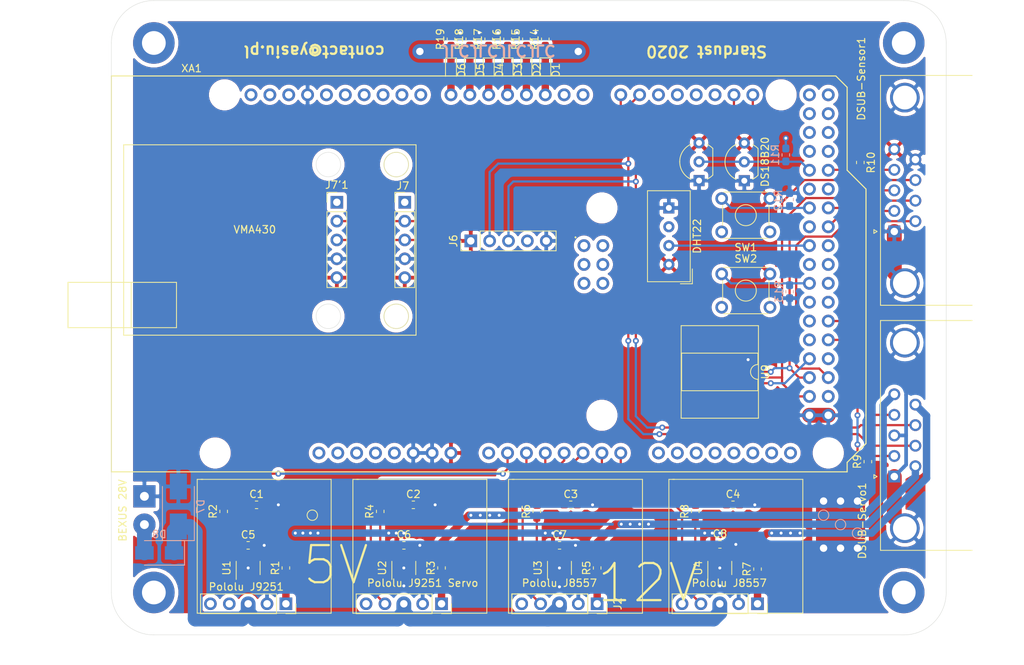
<source format=kicad_pcb>
(kicad_pcb (version 20171130) (host pcbnew 5.1.6)
  (layers (0 F.Cu signal) (31 B.Cu signal) (34 B.Paste user) (35 F.Paste user) (36 B.SilkS user) (37 F.SilkS user) (38 B.Mask user) (39 F.Mask user) (44 Edge.Cuts user))
  (net 0 "")
  (net 1 GND)
  (net 2 I2C-SCL)
  (net 3 I2C-SDA)
  (net 4 +5V)
  (net 5 DHT22-1)
  (net 6 SPI-CLK)
  (net 7 SPI-MOSI)
  (net 8 SPI-MISO)
  (net 9 DHT22-2)
  (net 10 +12V)
  (net 11 "Net-(U8-Pad3)")
  (net 12 DHT22-3)
  (net 13 +28V)
  (net 14 "Net-(XA1-PadMISO)")
  (net 15 "Net-(XA1-PadD53)")
  (net 16 "Net-(XA1-PadD49)")
  (net 17 "Net-(XA1-PadD46)")
  (net 18 "Net-(XA1-PadD44)")
  (net 19 "Net-(XA1-PadD43)")
  (net 20 "Net-(XA1-PadD42)")
  (net 21 "Net-(XA1-PadD38)")
  (net 22 "Net-(XA1-PadD34)")
  (net 23 "Net-(XA1-PadD30)")
  (net 24 "Net-(XA1-Pad5V4)")
  (net 25 "Net-(XA1-Pad5V3)")
  (net 26 "Net-(XA1-PadA15)")
  (net 27 "Net-(XA1-PadA14)")
  (net 28 "Net-(XA1-PadA13)")
  (net 29 "Net-(XA1-PadA12)")
  (net 30 "Net-(XA1-PadA11)")
  (net 31 "Net-(XA1-PadA10)")
  (net 32 "Net-(XA1-PadA9)")
  (net 33 "Net-(XA1-PadA8)")
  (net 34 "Net-(XA1-PadD11)")
  (net 35 "Net-(XA1-PadD12)")
  (net 36 "Net-(XA1-PadD13)")
  (net 37 "Net-(XA1-PadAREF)")
  (net 38 "Net-(XA1-PadD10)")
  (net 39 "Net-(XA1-PadD9)")
  (net 40 "Net-(XA1-PadD8)")
  (net 41 "Net-(XA1-PadD1)")
  (net 42 "Net-(XA1-PadD0)")
  (net 43 "Net-(XA1-PadIORF)")
  (net 44 "Net-(XA1-PadRST1)")
  (net 45 "Net-(XA1-Pad3V3)")
  (net 46 "Net-(XA1-Pad5V1)")
  (net 47 "Net-(XA1-PadA0)")
  (net 48 "Net-(XA1-Pad5V2)")
  (net 49 "Net-(XA1-PadSCK)")
  (net 50 "Net-(XA1-PadMOSI)")
  (net 51 "Net-(XA1-PadGND4)")
  (net 52 "Net-(XA1-PadRST2)")
  (net 53 "Net-(J2-Pad5)")
  (net 54 "Net-(J3-Pad5)")
  (net 55 "Net-(J4-Pad4)")
  (net 56 "Net-(XA1-PadSDA)")
  (net 57 "Net-(XA1-PadSCL)")
  (net 58 SPI-SS-Pressure-1)
  (net 59 SPI-SS-Pressure-2)
  (net 60 "Net-(XA1-PadD26)")
  (net 61 "Net-(XA1-PadD24)")
  (net 62 "Net-(XA1-PadD22)")
  (net 63 1Wire-1)
  (net 64 1Wire-2)
  (net 65 1Wire-3)
  (net 66 "Net-(XA1-PadD23)")
  (net 67 "Net-(J4-Pad5)")
  (net 68 "Net-(J5-Pad5)")
  (net 69 "Net-(J6-Pad4)")
  (net 70 +5P)
  (net 71 +12P)
  (net 72 INA1)
  (net 73 INA2)
  (net 74 INA3)
  (net 75 INA4)
  (net 76 "Net-(J2-Pad1)")
  (net 77 "Net-(J3-Pad1)")
  (net 78 "Net-(J4-Pad1)")
  (net 79 "Net-(J5-Pad1)")
  (net 80 RX3)
  (net 81 TX3)
  (net 82 "Net-(J7-Pad1)")
  (net 83 TX2)
  (net 84 RX2)
  (net 85 TX1)
  (net 86 RX1)
  (net 87 "Net-(J7'1-Pad1)")
  (net 88 "Net-(XA1-PadD31)")
  (net 89 "Net-(XA1-PadD27)")
  (net 90 DC-Pump-1)
  (net 91 DC-Pump-2)
  (net 92 DC-Servo)
  (net 93 "Net-(XA1-PadD41)")
  (net 94 "Net-(XA1-PadD39)")
  (net 95 "Net-(XA1-PadD25)")
  (net 96 "Net-(XA1-PadD37)")
  (net 97 "Net-(R2-Pad1)")
  (net 98 "Net-(R4-Pad1)")
  (net 99 "Net-(R6-Pad1)")
  (net 100 "Net-(R8-Pad1)")
  (net 101 Button-1)
  (net 102 Button-2)
  (net 103 LED-1)
  (net 104 "Net-(D1-Pad1)")
  (net 105 LED-2)
  (net 106 "Net-(D2-Pad1)")
  (net 107 LED-3)
  (net 108 "Net-(D3-Pad1)")
  (net 109 LED-4)
  (net 110 "Net-(D4-Pad1)")
  (net 111 LED-5)
  (net 112 "Net-(D5-Pad1)")
  (net 113 LED-6)
  (net 114 "Net-(D6-Pad1)")
  (net 115 "Net-(D8-Pad2)")
  (module Arduino:Arduino_Mega2560_Shield (layer F.Cu) (at 46.355 133.35)
    (fp_text reference XA1 (at 10.795 -54.356) (layer F.SilkS))
    (fp_text value Arduino_Mega2560_Shield)
    (fp_text user . (at 62.484 -32.004) (layer F.SilkS))
    (pad RST2 thru_hole oval (at 63.627 -25.4) (size 1.7272 1.7272) (drill 1.016) (layers *.Cu *.Mask) (net 52 "Net-(XA1-PadRST2)"))
    (pad GND4 thru_hole oval (at 66.167 -25.4) (size 1.7272 1.7272) (drill 1.016) (layers *.Cu *.Mask) (net 51 "Net-(XA1-PadGND4)"))
    (pad MOSI thru_hole oval (at 66.167 -27.94) (size 1.7272 1.7272) (drill 1.016) (layers *.Cu *.Mask) (net 50 "Net-(XA1-PadMOSI)"))
    (pad SCK thru_hole oval (at 63.627 -27.94) (size 1.7272 1.7272) (drill 1.016) (layers *.Cu *.Mask) (net 49 "Net-(XA1-PadSCK)"))
    (pad 5V2 thru_hole oval (at 66.167 -30.48) (size 1.7272 1.7272) (drill 1.016) (layers *.Cu *.Mask) (net 48 "Net-(XA1-Pad5V2)"))
    (pad A0 thru_hole oval (at 50.8 -2.54) (size 1.7272 1.7272) (drill 1.016) (layers *.Cu *.Mask) (net 47 "Net-(XA1-PadA0)"))
    (pad VIN thru_hole oval (at 45.72 -2.54) (size 1.7272 1.7272) (drill 1.016) (layers *.Cu *.Mask) (net 4 +5V))
    (pad GND3 thru_hole oval (at 43.18 -2.54) (size 1.7272 1.7272) (drill 1.016) (layers *.Cu *.Mask) (net 1 GND))
    (pad GND2 thru_hole oval (at 40.64 -2.54) (size 1.7272 1.7272) (drill 1.016) (layers *.Cu *.Mask) (net 1 GND))
    (pad 5V1 thru_hole oval (at 38.1 -2.54) (size 1.7272 1.7272) (drill 1.016) (layers *.Cu *.Mask) (net 46 "Net-(XA1-Pad5V1)"))
    (pad 3V3 thru_hole oval (at 35.56 -2.54) (size 1.7272 1.7272) (drill 1.016) (layers *.Cu *.Mask) (net 45 "Net-(XA1-Pad3V3)"))
    (pad RST1 thru_hole oval (at 33.02 -2.54) (size 1.7272 1.7272) (drill 1.016) (layers *.Cu *.Mask) (net 44 "Net-(XA1-PadRST1)"))
    (pad IORF thru_hole oval (at 30.48 -2.54) (size 1.7272 1.7272) (drill 1.016) (layers *.Cu *.Mask) (net 43 "Net-(XA1-PadIORF)"))
    (pad D21 thru_hole oval (at 86.36 -50.8) (size 1.7272 1.7272) (drill 1.016) (layers *.Cu *.Mask) (net 2 I2C-SCL))
    (pad D20 thru_hole oval (at 83.82 -50.8) (size 1.7272 1.7272) (drill 1.016) (layers *.Cu *.Mask) (net 3 I2C-SDA))
    (pad D19 thru_hole oval (at 81.28 -50.8) (size 1.7272 1.7272) (drill 1.016) (layers *.Cu *.Mask) (net 86 RX1))
    (pad D18 thru_hole oval (at 78.74 -50.8) (size 1.7272 1.7272) (drill 1.016) (layers *.Cu *.Mask) (net 85 TX1))
    (pad D17 thru_hole oval (at 76.2 -50.8) (size 1.7272 1.7272) (drill 1.016) (layers *.Cu *.Mask) (net 84 RX2))
    (pad D16 thru_hole oval (at 73.66 -50.8) (size 1.7272 1.7272) (drill 1.016) (layers *.Cu *.Mask) (net 83 TX2))
    (pad D15 thru_hole oval (at 71.12 -50.8) (size 1.7272 1.7272) (drill 1.016) (layers *.Cu *.Mask) (net 80 RX3))
    (pad D14 thru_hole oval (at 68.58 -50.8) (size 1.7272 1.7272) (drill 1.016) (layers *.Cu *.Mask) (net 81 TX3))
    (pad D0 thru_hole oval (at 63.5 -50.8) (size 1.7272 1.7272) (drill 1.016) (layers *.Cu *.Mask) (net 42 "Net-(XA1-PadD0)"))
    (pad D1 thru_hole oval (at 60.96 -50.8) (size 1.7272 1.7272) (drill 1.016) (layers *.Cu *.Mask) (net 41 "Net-(XA1-PadD1)"))
    (pad D2 thru_hole oval (at 58.42 -50.8) (size 1.7272 1.7272) (drill 1.016) (layers *.Cu *.Mask) (net 103 LED-1))
    (pad D3 thru_hole oval (at 55.88 -50.8) (size 1.7272 1.7272) (drill 1.016) (layers *.Cu *.Mask) (net 105 LED-2))
    (pad D4 thru_hole oval (at 53.34 -50.8) (size 1.7272 1.7272) (drill 1.016) (layers *.Cu *.Mask) (net 107 LED-3))
    (pad D5 thru_hole oval (at 50.8 -50.8) (size 1.7272 1.7272) (drill 1.016) (layers *.Cu *.Mask) (net 109 LED-4))
    (pad D6 thru_hole oval (at 48.26 -50.8) (size 1.7272 1.7272) (drill 1.016) (layers *.Cu *.Mask) (net 111 LED-5))
    (pad D7 thru_hole oval (at 45.72 -50.8) (size 1.7272 1.7272) (drill 1.016) (layers *.Cu *.Mask) (net 113 LED-6))
    (pad GND1 thru_hole oval (at 26.416 -50.8) (size 1.7272 1.7272) (drill 1.016) (layers *.Cu *.Mask) (net 1 GND))
    (pad D8 thru_hole oval (at 41.656 -50.8) (size 1.7272 1.7272) (drill 1.016) (layers *.Cu *.Mask) (net 40 "Net-(XA1-PadD8)"))
    (pad D9 thru_hole oval (at 39.116 -50.8) (size 1.7272 1.7272) (drill 1.016) (layers *.Cu *.Mask) (net 39 "Net-(XA1-PadD9)"))
    (pad D10 thru_hole oval (at 36.576 -50.8) (size 1.7272 1.7272) (drill 1.016) (layers *.Cu *.Mask) (net 38 "Net-(XA1-PadD10)"))
    (pad "" np_thru_hole circle (at 66.04 -7.62) (size 3.2 3.2) (drill 3.2) (layers *.Cu *.Mask))
    (pad "" np_thru_hole circle (at 66.04 -35.56) (size 3.2 3.2) (drill 3.2) (layers *.Cu *.Mask))
    (pad "" np_thru_hole circle (at 90.17 -50.8) (size 3.2 3.2) (drill 3.2) (layers *.Cu *.Mask))
    (pad "" np_thru_hole circle (at 15.24 -50.8) (size 3.2 3.2) (drill 3.2) (layers *.Cu *.Mask))
    (pad "" np_thru_hole circle (at 96.52 -2.54) (size 3.2 3.2) (drill 3.2) (layers *.Cu *.Mask))
    (pad "" np_thru_hole circle (at 13.97 -2.54) (size 3.2 3.2) (drill 3.2) (layers *.Cu *.Mask))
    (pad SCL thru_hole oval (at 18.796 -50.8) (size 1.7272 1.7272) (drill 1.016) (layers *.Cu *.Mask) (net 57 "Net-(XA1-PadSCL)"))
    (pad SDA thru_hole oval (at 21.336 -50.8) (size 1.7272 1.7272) (drill 1.016) (layers *.Cu *.Mask) (net 56 "Net-(XA1-PadSDA)"))
    (pad AREF thru_hole oval (at 23.876 -50.8) (size 1.7272 1.7272) (drill 1.016) (layers *.Cu *.Mask) (net 37 "Net-(XA1-PadAREF)"))
    (pad D13 thru_hole oval (at 28.956 -50.8) (size 1.7272 1.7272) (drill 1.016) (layers *.Cu *.Mask) (net 36 "Net-(XA1-PadD13)"))
    (pad D12 thru_hole oval (at 31.496 -50.8) (size 1.7272 1.7272) (drill 1.016) (layers *.Cu *.Mask) (net 35 "Net-(XA1-PadD12)"))
    (pad D11 thru_hole oval (at 34.036 -50.8) (size 1.7272 1.7272) (drill 1.016) (layers *.Cu *.Mask) (net 34 "Net-(XA1-PadD11)"))
    (pad "" thru_hole oval (at 27.94 -2.54) (size 1.7272 1.7272) (drill 1.016) (layers *.Cu *.Mask))
    (pad A1 thru_hole oval (at 53.34 -2.54) (size 1.7272 1.7272) (drill 1.016) (layers *.Cu *.Mask) (net 72 INA1))
    (pad A2 thru_hole oval (at 55.88 -2.54) (size 1.7272 1.7272) (drill 1.016) (layers *.Cu *.Mask) (net 92 DC-Servo))
    (pad A3 thru_hole oval (at 58.42 -2.54) (size 1.7272 1.7272) (drill 1.016) (layers *.Cu *.Mask) (net 73 INA2))
    (pad A4 thru_hole oval (at 60.96 -2.54) (size 1.7272 1.7272) (drill 1.016) (layers *.Cu *.Mask) (net 90 DC-Pump-1))
    (pad A5 thru_hole oval (at 63.5 -2.54) (size 1.7272 1.7272) (drill 1.016) (layers *.Cu *.Mask) (net 74 INA3))
    (pad A6 thru_hole oval (at 66.04 -2.54) (size 1.7272 1.7272) (drill 1.016) (layers *.Cu *.Mask) (net 91 DC-Pump-2))
    (pad A7 thru_hole oval (at 68.58 -2.54) (size 1.7272 1.7272) (drill 1.016) (layers *.Cu *.Mask) (net 75 INA4))
    (pad A8 thru_hole oval (at 73.66 -2.54) (size 1.7272 1.7272) (drill 1.016) (layers *.Cu *.Mask) (net 33 "Net-(XA1-PadA8)"))
    (pad A9 thru_hole oval (at 76.2 -2.54) (size 1.7272 1.7272) (drill 1.016) (layers *.Cu *.Mask) (net 32 "Net-(XA1-PadA9)"))
    (pad A10 thru_hole oval (at 78.74 -2.54) (size 1.7272 1.7272) (drill 1.016) (layers *.Cu *.Mask) (net 31 "Net-(XA1-PadA10)"))
    (pad A11 thru_hole oval (at 81.28 -2.54) (size 1.7272 1.7272) (drill 1.016) (layers *.Cu *.Mask) (net 30 "Net-(XA1-PadA11)"))
    (pad A12 thru_hole oval (at 83.82 -2.54) (size 1.7272 1.7272) (drill 1.016) (layers *.Cu *.Mask) (net 29 "Net-(XA1-PadA12)"))
    (pad A13 thru_hole oval (at 86.36 -2.54) (size 1.7272 1.7272) (drill 1.016) (layers *.Cu *.Mask) (net 28 "Net-(XA1-PadA13)"))
    (pad A14 thru_hole oval (at 88.9 -2.54) (size 1.7272 1.7272) (drill 1.016) (layers *.Cu *.Mask) (net 27 "Net-(XA1-PadA14)"))
    (pad A15 thru_hole oval (at 91.44 -2.54) (size 1.7272 1.7272) (drill 1.016) (layers *.Cu *.Mask) (net 26 "Net-(XA1-PadA15)"))
    (pad 5V3 thru_hole oval (at 93.98 -50.8) (size 1.7272 1.7272) (drill 1.016) (layers *.Cu *.Mask) (net 25 "Net-(XA1-Pad5V3)"))
    (pad 5V4 thru_hole oval (at 96.52 -50.8) (size 1.7272 1.7272) (drill 1.016) (layers *.Cu *.Mask) (net 24 "Net-(XA1-Pad5V4)"))
    (pad D22 thru_hole oval (at 93.98 -48.26) (size 1.7272 1.7272) (drill 1.016) (layers *.Cu *.Mask) (net 62 "Net-(XA1-PadD22)"))
    (pad D23 thru_hole oval (at 96.52 -48.26) (size 1.7272 1.7272) (drill 1.016) (layers *.Cu *.Mask) (net 66 "Net-(XA1-PadD23)"))
    (pad D24 thru_hole oval (at 93.98 -45.72) (size 1.7272 1.7272) (drill 1.016) (layers *.Cu *.Mask) (net 61 "Net-(XA1-PadD24)"))
    (pad D25 thru_hole oval (at 96.52 -45.72) (size 1.7272 1.7272) (drill 1.016) (layers *.Cu *.Mask) (net 95 "Net-(XA1-PadD25)"))
    (pad D26 thru_hole oval (at 93.98 -43.18) (size 1.7272 1.7272) (drill 1.016) (layers *.Cu *.Mask) (net 60 "Net-(XA1-PadD26)"))
    (pad D27 thru_hole oval (at 96.52 -43.18) (size 1.7272 1.7272) (drill 1.016) (layers *.Cu *.Mask) (net 89 "Net-(XA1-PadD27)"))
    (pad D28 thru_hole oval (at 93.98 -40.64) (size 1.7272 1.7272) (drill 1.016) (layers *.Cu *.Mask) (net 65 1Wire-3))
    (pad D29 thru_hole oval (at 96.52 -40.64) (size 1.7272 1.7272) (drill 1.016) (layers *.Cu *.Mask) (net 64 1Wire-2))
    (pad D30 thru_hole oval (at 93.98 -38.1) (size 1.7272 1.7272) (drill 1.016) (layers *.Cu *.Mask) (net 23 "Net-(XA1-PadD30)"))
    (pad D31 thru_hole oval (at 96.52 -38.1) (size 1.7272 1.7272) (drill 1.016) (layers *.Cu *.Mask) (net 88 "Net-(XA1-PadD31)"))
    (pad D32 thru_hole oval (at 93.98 -35.56) (size 1.7272 1.7272) (drill 1.016) (layers *.Cu *.Mask) (net 101 Button-1))
    (pad D33 thru_hole oval (at 96.52 -35.56) (size 1.7272 1.7272) (drill 1.016) (layers *.Cu *.Mask) (net 58 SPI-SS-Pressure-1))
    (pad D34 thru_hole oval (at 93.98 -33.02) (size 1.7272 1.7272) (drill 1.016) (layers *.Cu *.Mask) (net 22 "Net-(XA1-PadD34)"))
    (pad D35 thru_hole oval (at 96.52 -33.02) (size 1.7272 1.7272) (drill 1.016) (layers *.Cu *.Mask) (net 9 DHT22-2))
    (pad D36 thru_hole oval (at 93.98 -30.48) (size 1.7272 1.7272) (drill 1.016) (layers *.Cu *.Mask) (net 12 DHT22-3))
    (pad D37 thru_hole oval (at 96.52 -30.48) (size 1.7272 1.7272) (drill 1.016) (layers *.Cu *.Mask) (net 96 "Net-(XA1-PadD37)"))
    (pad D38 thru_hole oval (at 93.98 -27.94) (size 1.7272 1.7272) (drill 1.016) (layers *.Cu *.Mask) (net 21 "Net-(XA1-PadD38)"))
    (pad D39 thru_hole oval (at 96.52 -27.94) (size 1.7272 1.7272) (drill 1.016) (layers *.Cu *.Mask) (net 94 "Net-(XA1-PadD39)"))
    (pad D40 thru_hole oval (at 93.98 -25.4) (size 1.7272 1.7272) (drill 1.016) (layers *.Cu *.Mask) (net 102 Button-2))
    (pad D41 thru_hole oval (at 96.52 -25.4) (size 1.7272 1.7272) (drill 1.016) (layers *.Cu *.Mask) (net 93 "Net-(XA1-PadD41)"))
    (pad D42 thru_hole oval (at 93.98 -22.86) (size 1.7272 1.7272) (drill 1.016) (layers *.Cu *.Mask) (net 20 "Net-(XA1-PadD42)"))
    (pad D43 thru_hole oval (at 96.52 -22.86) (size 1.7272 1.7272) (drill 1.016) (layers *.Cu *.Mask) (net 19 "Net-(XA1-PadD43)"))
    (pad D44 thru_hole oval (at 93.98 -20.32) (size 1.7272 1.7272) (drill 1.016) (layers *.Cu *.Mask) (net 18 "Net-(XA1-PadD44)"))
    (pad D45 thru_hole oval (at 96.52 -20.32) (size 1.7272 1.7272) (drill 1.016) (layers *.Cu *.Mask) (net 5 DHT22-1))
    (pad D46 thru_hole oval (at 93.98 -17.78) (size 1.7272 1.7272) (drill 1.016) (layers *.Cu *.Mask) (net 17 "Net-(XA1-PadD46)"))
    (pad D47 thru_hole oval (at 96.52 -17.78) (size 1.7272 1.7272) (drill 1.016) (layers *.Cu *.Mask) (net 63 1Wire-1))
    (pad D48 thru_hole oval (at 93.98 -15.24) (size 1.7272 1.7272) (drill 1.016) (layers *.Cu *.Mask) (net 59 SPI-SS-Pressure-2))
    (pad D49 thru_hole oval (at 96.52 -15.24) (size 1.7272 1.7272) (drill 1.016) (layers *.Cu *.Mask) (net 16 "Net-(XA1-PadD49)"))
    (pad D50 thru_hole oval (at 93.98 -12.7) (size 1.7272 1.7272) (drill 1.016) (layers *.Cu *.Mask) (net 8 SPI-MISO))
    (pad D51 thru_hole oval (at 96.52 -12.7) (size 1.7272 1.7272) (drill 1.016) (layers *.Cu *.Mask) (net 7 SPI-MOSI))
    (pad D52 thru_hole oval (at 93.98 -10.16) (size 1.7272 1.7272) (drill 1.016) (layers *.Cu *.Mask) (net 6 SPI-CLK))
    (pad D53 thru_hole oval (at 96.52 -10.16) (size 1.7272 1.7272) (drill 1.016) (layers *.Cu *.Mask) (net 15 "Net-(XA1-PadD53)"))
    (pad GND5 thru_hole oval (at 93.98 -7.62) (size 1.7272 1.7272) (drill 1.016) (layers *.Cu *.Mask) (net 1 GND))
    (pad GND6 thru_hole oval (at 96.52 -7.62) (size 1.7272 1.7272) (drill 1.016) (layers *.Cu *.Mask) (net 1 GND))
    (pad MISO thru_hole oval (at 63.627 -30.48) (size 1.7272 1.7272) (drill 1.016) (layers *.Cu *.Mask) (net 14 "Net-(XA1-PadMISO)"))
  )
  (module TestPoint:TestPoint_Pad_D1.0mm (layer B.Cu) (at 146.812 141.605)
    (fp_text reference REF** hide)
    (fp_text value TestPoint_Pad_D1.0mm)
    (pad 1 smd circle (at 0 0) (size 1 1) (layers B.Cu B.Mask) (net 71 +12P))
  )
  (module Capacitor_SMD:C_0603_1608Metric_Pad1.05x0.95mm_HandSolder (layer F.Cu) (at 128.284 143.129)
    (fp_text reference C8 (at 0 -1.43) (layer F.SilkS))
    (fp_text value 100uF)
    (pad 2 smd roundrect (at 0.875 0) (size 1.05 0.95) (layers F.Cu F.Paste F.Mask) (net 1 GND))
    (pad 1 smd roundrect (at -0.875 0) (size 1.05 0.95) (layers F.Cu F.Paste F.Mask) (net 4 +5V))
  )
  (module Capacitor_SMD:C_0603_1608Metric_Pad1.05x0.95mm_HandSolder (layer F.Cu) (at 106.694 143.256)
    (fp_text reference C7 (at 0 -1.43) (layer F.SilkS))
    (fp_text value 100uF)
    (pad 2 smd roundrect (at 0.875 0) (size 1.05 0.95) (layers F.Cu F.Paste F.Mask) (net 1 GND))
    (pad 1 smd roundrect (at -0.875 0) (size 1.05 0.95) (layers F.Cu F.Paste F.Mask) (net 4 +5V))
  )
  (module Capacitor_SMD:C_0603_1608Metric_Pad1.05x0.95mm_HandSolder (layer F.Cu) (at 85.739 143.256)
    (fp_text reference C6 (at 0 -1.43) (layer F.SilkS))
    (fp_text value 100uF)
    (pad 2 smd roundrect (at 0.875 0) (size 1.05 0.95) (layers F.Cu F.Paste F.Mask) (net 1 GND))
    (pad 1 smd roundrect (at -0.875 0) (size 1.05 0.95) (layers F.Cu F.Paste F.Mask) (net 4 +5V))
  )
  (module Capacitor_SMD:C_0603_1608Metric_Pad1.05x0.95mm_HandSolder (layer F.Cu) (at 64.77 143.256)
    (fp_text reference C5 (at 0 -1.43) (layer F.SilkS))
    (fp_text value 100uF)
    (pad 2 smd roundrect (at 0.875 0) (size 1.05 0.95) (layers F.Cu F.Paste F.Mask) (net 1 GND))
    (pad 1 smd roundrect (at -0.875 0) (size 1.05 0.95) (layers F.Cu F.Paste F.Mask) (net 4 +5V))
  )
  (module Resistor_SMD:R_0603_1608Metric_Pad1.05x0.95mm_HandSolder (layer B.Cu) (at 137.16 90.6525 270)
    (fp_text reference R11 (at 0 1.43 90) (layer B.SilkS) (effects (justify mirror)))
    (fp_text value 4.7k)
    (pad 2 smd roundrect (at 0.875 0 270) (size 1.05 0.95) (layers B.Cu B.Paste B.Mask) (net 65 1Wire-3))
    (pad 1 smd roundrect (at -0.875 0 270) (size 1.05 0.95) (layers B.Cu B.Paste B.Mask) (net 4 +5V))
  )
  (module Resistor_SMD:R_0603_1608Metric_Pad1.05x0.95mm_HandSolder (layer F.Cu) (at 147.193 91.6685 270)
    (fp_text reference R10 (at 0 -1.43 90) (layer F.SilkS))
    (fp_text value 4.7k)
    (pad 2 smd roundrect (at 0.875 0 270) (size 1.05 0.95) (layers F.Cu F.Paste F.Mask) (net 64 1Wire-2))
    (pad 1 smd roundrect (at -0.875 0 270) (size 1.05 0.95) (layers F.Cu F.Paste F.Mask) (net 4 +5V))
  )
  (module Resistor_SMD:R_0603_1608Metric_Pad1.05x0.95mm_HandSolder (layer F.Cu) (at 148.209 131.9785 90)
    (fp_text reference R9 (at 0 -1.43 90) (layer F.SilkS))
    (fp_text value 4.7k)
    (pad 2 smd roundrect (at 0.875 0 90) (size 1.05 0.95) (layers F.Cu F.Paste F.Mask) (net 63 1Wire-1))
    (pad 1 smd roundrect (at -0.875 0 90) (size 1.05 0.95) (layers F.Cu F.Paste F.Mask) (net 4 +5V))
  )
  (module Resistor_SMD:R_0603_1608Metric_Pad1.05x0.95mm_HandSolder (layer F.Cu) (at 133.35 146.4565 90)
    (fp_text reference R7 (at 0 -1.43 90) (layer F.SilkS))
    (fp_text value 200m)
    (pad 2 smd roundrect (at 0.875 0 90) (size 1.05 0.95) (layers F.Cu F.Paste F.Mask) (net 71 +12P))
    (pad 1 smd roundrect (at -0.875 0 90) (size 1.05 0.95) (layers F.Cu F.Paste F.Mask) (net 77 "Net-(J3-Pad1)"))
  )
  (module Resistor_SMD:R_0603_1608Metric_Pad1.05x0.95mm_HandSolder (layer F.Cu) (at 111.76 146.304 90)
    (fp_text reference R5 (at 0 -1.43 90) (layer F.SilkS))
    (fp_text value 200m)
    (pad 2 smd roundrect (at 0.875 0 90) (size 1.05 0.95) (layers F.Cu F.Paste F.Mask) (net 10 +12V))
    (pad 1 smd roundrect (at -0.875 0 90) (size 1.05 0.95) (layers F.Cu F.Paste F.Mask) (net 76 "Net-(J2-Pad1)"))
  )
  (module Resistor_SMD:R_0603_1608Metric_Pad1.05x0.95mm_HandSolder (layer F.Cu) (at 90.805 146.304 90)
    (fp_text reference R3 (at 0 -1.43 90) (layer F.SilkS))
    (fp_text value 200m)
    (pad 2 smd roundrect (at 0.875 0 90) (size 1.05 0.95) (layers F.Cu F.Paste F.Mask) (net 70 +5P))
    (pad 1 smd roundrect (at -0.875 0 90) (size 1.05 0.95) (layers F.Cu F.Paste F.Mask) (net 79 "Net-(J5-Pad1)"))
  )
  (module Resistor_SMD:R_0603_1608Metric_Pad1.05x0.95mm_HandSolder (layer F.Cu) (at 61.468 138.684 90)
    (fp_text reference R2 (at 0 -1.43 90) (layer F.SilkS))
    (fp_text value 16k)
    (pad 2 smd roundrect (at 0.875 0 90) (size 1.05 0.95) (layers F.Cu F.Paste F.Mask) (net 72 INA1))
    (pad 1 smd roundrect (at -0.875 0 90) (size 1.05 0.95) (layers F.Cu F.Paste F.Mask) (net 97 "Net-(R2-Pad1)"))
  )
  (module Resistor_SMD:R_0603_1608Metric_Pad1.05x0.95mm_HandSolder (layer F.Cu) (at 69.85 146.304 90)
    (fp_text reference R1 (at 0 -1.43 90) (layer F.SilkS))
    (fp_text value 200m)
    (pad 2 smd roundrect (at 0.875 0 90) (size 1.05 0.95) (layers F.Cu F.Paste F.Mask) (net 4 +5V))
    (pad 1 smd roundrect (at -0.875 0 90) (size 1.05 0.95) (layers F.Cu F.Paste F.Mask) (net 78 "Net-(J4-Pad1)"))
  )
  (module Connector_PinHeader_2.54mm:PinHeader_1x05_P2.54mm_Vertical (layer F.Cu) (at 94.742 102.235 90)
    (fp_text reference J6 (at 0 -2.33 90) (layer F.SilkS))
    (fp_text value DS3231M)
    (pad 1 thru_hole rect (at 0 0 90) (size 1.7 1.7) (drill 1) (layers *.Cu *.Mask) (net 4 +5V))
    (pad 2 thru_hole oval (at 0 2.54 90) (size 1.7 1.7) (drill 1) (layers *.Cu *.Mask) (net 3 I2C-SDA))
    (pad 3 thru_hole oval (at 0 5.08 90) (size 1.7 1.7) (drill 1) (layers *.Cu *.Mask) (net 2 I2C-SCL))
    (pad 4 thru_hole oval (at 0 7.62 90) (size 1.7 1.7) (drill 1) (layers *.Cu *.Mask) (net 69 "Net-(J6-Pad4)"))
    (pad 5 thru_hole oval (at 0 10.16 90) (size 1.7 1.7) (drill 1) (layers *.Cu *.Mask) (net 1 GND))
  )
  (module Diode_SMD:D_SMB_Handsoldering (layer B.Cu) (at 55.372 138.016 90)
    (fp_text reference D7 (at 0 3 90) (layer B.SilkS) (effects (justify mirror)))
    (fp_text value D_TVS)
    (pad 2 smd rect (at 2.7 0 90) (size 3.5 2.3) (layers B.Cu B.Paste B.Mask) (net 1 GND))
    (pad 1 smd rect (at -2.7 0 90) (size 3.5 2.3) (layers B.Cu B.Paste B.Mask) (net 13 +28V))
  )
  (module Diode_SMD:D_SMA (layer B.Cu) (at 52.8 144.272 180)
    (fp_text reference D8 (at 0 2.5) (layer B.SilkS) (effects (justify mirror)))
    (fp_text value D_Schottky)
    (pad 2 smd rect (at 2 0 180) (size 2.5 1.8) (layers B.Cu B.Paste B.Mask) (net 115 "Net-(D8-Pad2)"))
    (pad 1 smd rect (at -2 0 180) (size 2.5 1.8) (layers B.Cu B.Paste B.Mask) (net 13 +28V))
  )
  (module Connector_PinHeader_2.54mm:PinHeader_1x05_P2.54mm_Vertical (layer F.Cu) (at 76.708 97.028)
    (fp_text reference J7'1 (at 0 -2.33) (layer F.SilkS))
    (fp_text value VMA430)
    (pad 5 thru_hole oval (at 0 10.16) (size 1.7 1.7) (drill 1) (layers *.Cu *.Mask) (net 4 +5V))
    (pad 4 thru_hole oval (at 0 7.62) (size 1.7 1.7) (drill 1) (layers *.Cu *.Mask) (net 1 GND))
    (pad 3 thru_hole oval (at 0 5.08) (size 1.7 1.7) (drill 1) (layers *.Cu *.Mask) (net 80 RX3))
    (pad 2 thru_hole oval (at 0 2.54) (size 1.7 1.7) (drill 1) (layers *.Cu *.Mask) (net 81 TX3))
    (pad 1 thru_hole rect (at 0 0) (size 1.7 1.7) (drill 1) (layers *.Cu *.Mask) (net 87 "Net-(J7'1-Pad1)"))
  )
  (module Connector_PinHeader_2.54mm:PinHeader_1x05_P2.54mm_Vertical (layer F.Cu) (at 85.598 97.155)
    (fp_text reference J7 (at 0 -2.33) (layer F.SilkS))
    (fp_text value VMA430)
    (fp_text user VMA430 (at -19.939 3.556) (layer F.SilkS))
    (pad 5 thru_hole oval (at 0.254 10.033) (size 1.7 1.7) (drill 1) (layers *.Cu *.Mask) (net 4 +5V))
    (pad 4 thru_hole oval (at 0.254 7.493) (size 1.7 1.7) (drill 1) (layers *.Cu *.Mask) (net 1 GND))
    (pad 3 thru_hole oval (at 0.254 4.953) (size 1.7 1.7) (drill 1) (layers *.Cu *.Mask) (net 80 RX3))
    (pad 2 thru_hole oval (at 0.254 2.413) (size 1.7 1.7) (drill 1) (layers *.Cu *.Mask) (net 81 TX3))
    (pad 1 thru_hole rect (at 0.254 -0.127) (size 1.7 1.7) (drill 1) (layers *.Cu *.Mask) (net 82 "Net-(J7-Pad1)"))
  )
  (module Resistor_SMD:R_0603_1608Metric_Pad1.05x0.95mm_HandSolder (layer F.Cu) (at 92.075 75.057 90)
    (fp_text reference R19 (at 0 -1.43 90) (layer F.SilkS))
    (fp_text value 1k)
    (pad 2 smd roundrect (at 0.875 0 90) (size 1.05 0.95) (layers F.Cu F.Paste F.Mask) (net 1 GND))
    (pad 1 smd roundrect (at -0.875 0 90) (size 1.05 0.95) (layers F.Cu F.Paste F.Mask) (net 114 "Net-(D6-Pad1)"))
  )
  (module Resistor_SMD:R_0603_1608Metric_Pad1.05x0.95mm_HandSolder (layer F.Cu) (at 94.615 75.057 90)
    (fp_text reference R18 (at 0 -1.43 90) (layer F.SilkS))
    (fp_text value 1k)
    (pad 2 smd roundrect (at 0.875 0 90) (size 1.05 0.95) (layers F.Cu F.Paste F.Mask) (net 1 GND))
    (pad 1 smd roundrect (at -0.875 0 90) (size 1.05 0.95) (layers F.Cu F.Paste F.Mask) (net 112 "Net-(D5-Pad1)"))
  )
  (module Resistor_SMD:R_0603_1608Metric_Pad1.05x0.95mm_HandSolder (layer F.Cu) (at 97.155 75.057 90)
    (fp_text reference R17 (at 0 -1.43 90) (layer F.SilkS))
    (fp_text value 1k)
    (pad 2 smd roundrect (at 0.875 0 90) (size 1.05 0.95) (layers F.Cu F.Paste F.Mask) (net 1 GND))
    (pad 1 smd roundrect (at -0.875 0 90) (size 1.05 0.95) (layers F.Cu F.Paste F.Mask) (net 110 "Net-(D4-Pad1)"))
  )
  (module Resistor_SMD:R_0603_1608Metric_Pad1.05x0.95mm_HandSolder (layer F.Cu) (at 99.695 75.057 90)
    (fp_text reference R16 (at 0 -1.43 90) (layer F.SilkS))
    (fp_text value 1k)
    (pad 2 smd roundrect (at 0.875 0 90) (size 1.05 0.95) (layers F.Cu F.Paste F.Mask) (net 1 GND))
    (pad 1 smd roundrect (at -0.875 0 90) (size 1.05 0.95) (layers F.Cu F.Paste F.Mask) (net 108 "Net-(D3-Pad1)"))
  )
  (module Resistor_SMD:R_0603_1608Metric_Pad1.05x0.95mm_HandSolder (layer F.Cu) (at 102.235 75.057 90)
    (fp_text reference R15 (at 0 -1.43 90) (layer F.SilkS))
    (fp_text value 1k)
    (pad 2 smd roundrect (at 0.875 0 90) (size 1.05 0.95) (layers F.Cu F.Paste F.Mask) (net 1 GND))
    (pad 1 smd roundrect (at -0.875 0 90) (size 1.05 0.95) (layers F.Cu F.Paste F.Mask) (net 106 "Net-(D2-Pad1)"))
  )
  (module Resistor_SMD:R_0603_1608Metric_Pad1.05x0.95mm_HandSolder (layer F.Cu) (at 104.775 75.057 90)
    (fp_text reference R14 (at 0 -1.43 90) (layer F.SilkS))
    (fp_text value 1k)
    (pad 2 smd roundrect (at 0.875 0 90) (size 1.05 0.95) (layers F.Cu F.Paste F.Mask) (net 1 GND))
    (pad 1 smd roundrect (at -0.875 0 90) (size 1.05 0.95) (layers F.Cu F.Paste F.Mask) (net 104 "Net-(D1-Pad1)"))
  )
  (module LED_SMD:LED_0603_1608Metric_Pad1.05x0.95mm_HandSolder (layer F.Cu) (at 92.075 79.262 270)
    (fp_text reference D6 (at 0 -1.43 90) (layer F.SilkS))
    (fp_text value LED)
    (pad 2 smd roundrect (at 0.875 0 270) (size 1.05 0.95) (layers F.Cu F.Paste F.Mask) (net 113 LED-6))
    (pad 1 smd roundrect (at -0.875 0 270) (size 1.05 0.95) (layers F.Cu F.Paste F.Mask) (net 114 "Net-(D6-Pad1)"))
  )
  (module LED_SMD:LED_0603_1608Metric_Pad1.05x0.95mm_HandSolder (layer F.Cu) (at 94.615 79.248 270)
    (fp_text reference D5 (at 0 -1.43 90) (layer F.SilkS))
    (fp_text value LED)
    (pad 2 smd roundrect (at 0.875 0 270) (size 1.05 0.95) (layers F.Cu F.Paste F.Mask) (net 111 LED-5))
    (pad 1 smd roundrect (at -0.875 0 270) (size 1.05 0.95) (layers F.Cu F.Paste F.Mask) (net 112 "Net-(D5-Pad1)"))
  )
  (module LED_SMD:LED_0603_1608Metric_Pad1.05x0.95mm_HandSolder (layer F.Cu) (at 97.155 79.248 270)
    (fp_text reference D4 (at 0 -1.43 90) (layer F.SilkS))
    (fp_text value LED)
    (pad 2 smd roundrect (at 0.875 0 270) (size 1.05 0.95) (layers F.Cu F.Paste F.Mask) (net 109 LED-4))
    (pad 1 smd roundrect (at -0.875 0 270) (size 1.05 0.95) (layers F.Cu F.Paste F.Mask) (net 110 "Net-(D4-Pad1)"))
  )
  (module LED_SMD:LED_0603_1608Metric_Pad1.05x0.95mm_HandSolder (layer F.Cu) (at 99.695 79.248 270)
    (fp_text reference D3 (at 0 -1.43 90) (layer F.SilkS))
    (fp_text value LED)
    (pad 2 smd roundrect (at 0.875 0 270) (size 1.05 0.95) (layers F.Cu F.Paste F.Mask) (net 107 LED-3))
    (pad 1 smd roundrect (at -0.875 0 270) (size 1.05 0.95) (layers F.Cu F.Paste F.Mask) (net 108 "Net-(D3-Pad1)"))
  )
  (module LED_SMD:LED_0603_1608Metric_Pad1.05x0.95mm_HandSolder (layer F.Cu) (at 102.235 79.248 270)
    (fp_text reference D2 (at 0 -1.43 90) (layer F.SilkS))
    (fp_text value LED)
    (pad 2 smd roundrect (at 0.875 0 270) (size 1.05 0.95) (layers F.Cu F.Paste F.Mask) (net 105 LED-2))
    (pad 1 smd roundrect (at -0.875 0 270) (size 1.05 0.95) (layers F.Cu F.Paste F.Mask) (net 106 "Net-(D2-Pad1)"))
  )
  (module LED_SMD:LED_0603_1608Metric_Pad1.05x0.95mm_HandSolder (layer F.Cu) (at 104.775 79.234 270)
    (fp_text reference D1 (at 0 -1.43 90) (layer F.SilkS))
    (fp_text value LED)
    (pad 2 smd roundrect (at 0.875 0 270) (size 1.05 0.95) (layers F.Cu F.Paste F.Mask) (net 103 LED-1))
    (pad 1 smd roundrect (at -0.875 0 270) (size 1.05 0.95) (layers F.Cu F.Paste F.Mask) (net 104 "Net-(D1-Pad1)"))
  )
  (module Button_Switch_THT:SW_TH_Tactile_Omron_B3F-10xx (layer F.Cu) (at 128.524 106.68)
    (fp_text reference SW2 (at 3.25 -2.05) (layer F.SilkS))
    (fp_text value SW_Push)
    (pad 1 thru_hole circle (at 0 0) (size 1.7 1.7) (drill 1) (layers *.Cu *.Mask) (net 102 Button-2))
    (pad 2 thru_hole circle (at 6.5 0) (size 1.7 1.7) (drill 1) (layers *.Cu *.Mask) (net 4 +5V))
    (pad 3 thru_hole circle (at 0 4.5) (size 1.7 1.7) (drill 1) (layers *.Cu *.Mask))
    (pad 4 thru_hole circle (at 6.5 4.5) (size 1.7 1.7) (drill 1) (layers *.Cu *.Mask))
  )
  (module Button_Switch_THT:SW_TH_Tactile_Omron_B3F-10xx (layer F.Cu) (at 128.524 96.52)
    (fp_text reference SW1 (at 3.25 6.604) (layer F.SilkS))
    (fp_text value SW_Push)
    (pad 1 thru_hole circle (at 0 0) (size 1.7 1.7) (drill 1) (layers *.Cu *.Mask) (net 101 Button-1))
    (pad 2 thru_hole circle (at 6.5 0) (size 1.7 1.7) (drill 1) (layers *.Cu *.Mask) (net 4 +5V))
    (pad 3 thru_hole circle (at 0 4.5) (size 1.7 1.7) (drill 1) (layers *.Cu *.Mask))
    (pad 4 thru_hole circle (at 6.5 4.5) (size 1.7 1.7) (drill 1) (layers *.Cu *.Mask))
  )
  (module Resistor_SMD:R_0603_1608Metric_Pad1.05x0.95mm_HandSolder (layer B.Cu) (at 137.668 109.079 270)
    (fp_text reference R13 (at 0 1.43 270) (layer B.SilkS) (effects (justify mirror)))
    (fp_text value 10k)
    (pad 2 smd roundrect (at 0.875 0 270) (size 1.05 0.95) (layers B.Cu B.Paste B.Mask) (net 1 GND))
    (pad 1 smd roundrect (at -0.875 0 270) (size 1.05 0.95) (layers B.Cu B.Paste B.Mask) (net 102 Button-2))
  )
  (module Resistor_SMD:R_0603_1608Metric_Pad1.05x0.95mm_HandSolder (layer B.Cu) (at 137.668 96.661 90)
    (fp_text reference R12 (at -0.127 -1.524 270) (layer B.SilkS) (effects (justify mirror)))
    (fp_text value 10k)
    (pad 2 smd roundrect (at 0.875 0 90) (size 1.05 0.95) (layers B.Cu B.Paste B.Mask) (net 1 GND))
    (pad 1 smd roundrect (at -0.875 0 90) (size 1.05 0.95) (layers B.Cu B.Paste B.Mask) (net 101 Button-1))
  )
  (module TestPoint:TestPoint_Pad_D1.0mm (layer F.Cu) (at 73.406 139.192)
    (fp_text reference REF** hide)
    (fp_text value TestPoint_Pad_D1.0mm)
    (pad 1 smd circle (at 0 0) (size 1 1) (layers F.Cu F.Mask) (net 4 +5V))
  )
  (module Connector_PinSocket_2.54mm:PinSocket_1x05_P2.54mm_Vertical (layer F.Cu) (at 90.805 151.13 270)
    (fp_text reference J5 hide)
    (fp_text value "Pololu J9251 Servo" (at -2.794 2.54) (layer F.SilkS))
    (pad 5 thru_hole oval (at 0 10.16 270) (size 1.7 1.7) (drill 1) (layers *.Cu *.Mask) (net 68 "Net-(J5-Pad5)"))
    (pad 4 thru_hole oval (at 0 7.62 270) (size 1.7 1.7) (drill 1) (layers *.Cu *.Mask) (net 92 DC-Servo))
    (pad 3 thru_hole oval (at 0 5.08 270) (size 1.7 1.7) (drill 1) (layers *.Cu *.Mask) (net 13 +28V))
    (pad 2 thru_hole oval (at 0 2.54 270) (size 1.7 1.7) (drill 1) (layers *.Cu *.Mask) (net 1 GND))
    (pad 1 thru_hole rect (at 0 0 270) (size 1.7 1.7) (drill 1) (layers *.Cu *.Mask) (net 79 "Net-(J5-Pad1)"))
  )
  (module Capacitor_SMD:C_0603_1608Metric_Pad1.05x0.95mm_HandSolder (layer F.Cu) (at 130.048 137.795)
    (fp_text reference C4 (at 0 -1.43) (layer F.SilkS))
    (fp_text value 1uF)
    (pad 2 smd roundrect (at 0.875 0) (size 1.05 0.95) (layers F.Cu F.Paste F.Mask) (net 1 GND))
    (pad 1 smd roundrect (at -0.875 0) (size 1.05 0.95) (layers F.Cu F.Paste F.Mask) (net 75 INA4))
  )
  (module Capacitor_SMD:C_0603_1608Metric_Pad1.05x0.95mm_HandSolder (layer F.Cu) (at 108.204 137.795)
    (fp_text reference C3 (at 0 -1.43) (layer F.SilkS))
    (fp_text value 1uF)
    (pad 2 smd roundrect (at 0.875 0) (size 1.05 0.95) (layers F.Cu F.Paste F.Mask) (net 1 GND))
    (pad 1 smd roundrect (at -0.875 0) (size 1.05 0.95) (layers F.Cu F.Paste F.Mask) (net 74 INA3))
  )
  (module Capacitor_SMD:C_0603_1608Metric_Pad1.05x0.95mm_HandSolder (layer F.Cu) (at 87.009 137.795)
    (fp_text reference C2 (at 0 -1.43) (layer F.SilkS))
    (fp_text value 1uF)
    (pad 2 smd roundrect (at 0.875 0) (size 1.05 0.95) (layers F.Cu F.Paste F.Mask) (net 1 GND))
    (pad 1 smd roundrect (at -0.875 0) (size 1.05 0.95) (layers F.Cu F.Paste F.Mask) (net 73 INA2))
  )
  (module Capacitor_SMD:C_0603_1608Metric_Pad1.05x0.95mm_HandSolder (layer F.Cu) (at 65.899 137.795)
    (fp_text reference C1 (at 0 -1.43) (layer F.SilkS))
    (fp_text value 1uF)
    (pad 2 smd roundrect (at 0.875 0) (size 1.05 0.95) (layers F.Cu F.Paste F.Mask) (net 1 GND))
    (pad 1 smd roundrect (at -0.875 0) (size 1.05 0.95) (layers F.Cu F.Paste F.Mask) (net 72 INA1))
  )
  (module Resistor_SMD:R_0603_1608Metric_Pad1.05x0.95mm_HandSolder (layer F.Cu) (at 124.968 138.684 90)
    (fp_text reference R8 (at 0 -1.43 90) (layer F.SilkS))
    (fp_text value 16k)
    (pad 2 smd roundrect (at 0.875 0 90) (size 1.05 0.95) (layers F.Cu F.Paste F.Mask) (net 75 INA4))
    (pad 1 smd roundrect (at -0.875 0 90) (size 1.05 0.95) (layers F.Cu F.Paste F.Mask) (net 100 "Net-(R8-Pad1)"))
  )
  (module Resistor_SMD:R_0603_1608Metric_Pad1.05x0.95mm_HandSolder (layer F.Cu) (at 103.632 138.684 90)
    (fp_text reference R6 (at 0 -1.43 90) (layer F.SilkS))
    (fp_text value 16k)
    (pad 2 smd roundrect (at 0.875 0 90) (size 1.05 0.95) (layers F.Cu F.Paste F.Mask) (net 74 INA3))
    (pad 1 smd roundrect (at -0.875 0 90) (size 1.05 0.95) (layers F.Cu F.Paste F.Mask) (net 99 "Net-(R6-Pad1)"))
  )
  (module Resistor_SMD:R_0603_1608Metric_Pad1.05x0.95mm_HandSolder (layer F.Cu) (at 82.55 138.684 90)
    (fp_text reference R4 (at 0 -1.43 90) (layer F.SilkS))
    (fp_text value 16k)
    (pad 2 smd roundrect (at 0.875 0 90) (size 1.05 0.95) (layers F.Cu F.Paste F.Mask) (net 73 INA2))
    (pad 1 smd roundrect (at -0.875 0 90) (size 1.05 0.95) (layers F.Cu F.Paste F.Mask) (net 98 "Net-(R4-Pad1)"))
  )
  (module TestPoint:TestPoint_Pad_D1.0mm (layer B.Cu) (at 144.526 140.462)
    (fp_text reference REF** hide)
    (fp_text value TestPoint_Pad_D1.0mm)
    (pad 1 smd circle (at 0 0) (size 1 1) (layers B.Cu B.Mask) (net 10 +12V))
  )
  (module TestPoint:TestPoint_Pad_D1.0mm (layer B.Cu) (at 142.24 139.192)
    (fp_text reference REF** hide)
    (fp_text value TestPoint_Pad_D1.0mm)
    (pad 1 smd circle (at 0 0) (size 1 1) (layers B.Cu B.Mask) (net 70 +5P))
  )
  (module Connector_PinSocket_2.54mm:PinSocket_1x05_P2.54mm_Vertical (layer F.Cu) (at 111.76 151.13 270)
    (fp_text reference J2 (at 0 -2.77 270) (layer F.SilkS))
    (fp_text value "Pololu J8557")
    (fp_text user "Pololu J8557" (at -2.794 5.08) (layer F.SilkS))
    (pad 5 thru_hole oval (at 0 10.16 270) (size 1.7 1.7) (drill 1) (layers *.Cu *.Mask) (net 53 "Net-(J2-Pad5)"))
    (pad 4 thru_hole oval (at 0 7.62 270) (size 1.7 1.7) (drill 1) (layers *.Cu *.Mask) (net 90 DC-Pump-1))
    (pad 3 thru_hole oval (at 0 5.08 270) (size 1.7 1.7) (drill 1) (layers *.Cu *.Mask) (net 13 +28V))
    (pad 2 thru_hole oval (at 0 2.54 270) (size 1.7 1.7) (drill 1) (layers *.Cu *.Mask) (net 1 GND))
    (pad 1 thru_hole rect (at 0 0 270) (size 1.7 1.7) (drill 1) (layers *.Cu *.Mask) (net 76 "Net-(J2-Pad1)"))
    (pad 2 thru_hole oval (at 0 2.54 270) (size 1.7 1.7) (drill 1) (layers *.Cu *.Mask) (net 1 GND))
    (pad 5 thru_hole oval (at 0 10.16 270) (size 1.7 1.7) (drill 1) (layers *.Cu *.Mask) (net 53 "Net-(J2-Pad5)"))
    (pad 4 thru_hole oval (at 0 7.62 270) (size 1.7 1.7) (drill 1) (layers *.Cu *.Mask) (net 90 DC-Pump-1))
    (pad 3 thru_hole oval (at 0 5.08 270) (size 1.7 1.7) (drill 1) (layers *.Cu *.Mask) (net 13 +28V))
  )
  (module Connector_PinSocket_2.54mm:PinSocket_1x05_P2.54mm_Vertical (layer F.Cu) (at 133.35 151.13 270)
    (fp_text reference J3 hide)
    (fp_text value "Pololu J8557" (at -2.794 3.81) (layer F.SilkS))
    (pad 5 thru_hole oval (at 0 10.16 270) (size 1.7 1.7) (drill 1) (layers *.Cu *.Mask) (net 54 "Net-(J3-Pad5)"))
    (pad 4 thru_hole oval (at 0 7.62 270) (size 1.7 1.7) (drill 1) (layers *.Cu *.Mask) (net 91 DC-Pump-2))
    (pad 3 thru_hole oval (at 0 5.08 270) (size 1.7 1.7) (drill 1) (layers *.Cu *.Mask) (net 13 +28V))
    (pad 2 thru_hole oval (at 0 2.54 270) (size 1.7 1.7) (drill 1) (layers *.Cu *.Mask) (net 1 GND))
    (pad 1 thru_hole rect (at 0 0 270) (size 1.7 1.7) (drill 1) (layers *.Cu *.Mask) (net 77 "Net-(J3-Pad1)"))
  )
  (module Package_TO_SOT_SMD:SOT-23-6 (layer F.Cu) (at 128.27 146.304 90)
    (fp_text reference U4 (at 0 -2.9 90) (layer F.SilkS))
    (fp_text value INA181)
    (pad 5 smd rect (at 1.1 0 90) (size 1.06 0.65) (layers F.Cu F.Paste F.Mask) (net 1 GND))
    (pad 6 smd rect (at 1.1 -0.95 90) (size 1.06 0.65) (layers F.Cu F.Paste F.Mask) (net 4 +5V))
    (pad 4 smd rect (at 1.1 0.95 90) (size 1.06 0.65) (layers F.Cu F.Paste F.Mask) (net 71 +12P))
    (pad 3 smd rect (at -1.1 0.95 90) (size 1.06 0.65) (layers F.Cu F.Paste F.Mask) (net 77 "Net-(J3-Pad1)"))
    (pad 2 smd rect (at -1.1 0 90) (size 1.06 0.65) (layers F.Cu F.Paste F.Mask) (net 1 GND))
    (pad 1 smd rect (at -1.1 -0.95 90) (size 1.06 0.65) (layers F.Cu F.Paste F.Mask) (net 100 "Net-(R8-Pad1)"))
  )
  (module Package_TO_SOT_SMD:SOT-23-6 (layer F.Cu) (at 106.68 146.304 90)
    (fp_text reference U3 (at 0 -2.9 90) (layer F.SilkS))
    (fp_text value INA181)
    (pad 5 smd rect (at 1.1 0 90) (size 1.06 0.65) (layers F.Cu F.Paste F.Mask) (net 1 GND))
    (pad 6 smd rect (at 1.1 -0.95 90) (size 1.06 0.65) (layers F.Cu F.Paste F.Mask) (net 4 +5V))
    (pad 4 smd rect (at 1.1 0.95 90) (size 1.06 0.65) (layers F.Cu F.Paste F.Mask) (net 10 +12V))
    (pad 3 smd rect (at -1.1 0.95 90) (size 1.06 0.65) (layers F.Cu F.Paste F.Mask) (net 76 "Net-(J2-Pad1)"))
    (pad 2 smd rect (at -1.1 0 90) (size 1.06 0.65) (layers F.Cu F.Paste F.Mask) (net 1 GND))
    (pad 1 smd rect (at -1.1 -0.95 90) (size 1.06 0.65) (layers F.Cu F.Paste F.Mask) (net 99 "Net-(R6-Pad1)"))
  )
  (module Package_TO_SOT_SMD:SOT-23-6 (layer F.Cu) (at 85.725 146.304 90)
    (fp_text reference U2 (at 0 -2.9 90) (layer F.SilkS))
    (fp_text value INA181)
    (pad 1 smd rect (at -1.1 -0.95 90) (size 1.06 0.65) (layers F.Cu F.Paste F.Mask) (net 98 "Net-(R4-Pad1)"))
    (pad 2 smd rect (at -1.1 0 90) (size 1.06 0.65) (layers F.Cu F.Paste F.Mask) (net 1 GND))
    (pad 3 smd rect (at -1.1 0.95 90) (size 1.06 0.65) (layers F.Cu F.Paste F.Mask) (net 79 "Net-(J5-Pad1)"))
    (pad 4 smd rect (at 1.1 0.95 90) (size 1.06 0.65) (layers F.Cu F.Paste F.Mask) (net 70 +5P))
    (pad 6 smd rect (at 1.1 -0.95 90) (size 1.06 0.65) (layers F.Cu F.Paste F.Mask) (net 4 +5V))
    (pad 5 smd rect (at 1.1 0 90) (size 1.06 0.65) (layers F.Cu F.Paste F.Mask) (net 1 GND))
  )
  (module Package_TO_SOT_SMD:SOT-23-6 (layer F.Cu) (at 64.77 146.304 90)
    (fp_text reference U1 (at 0 -2.9 90) (layer F.SilkS))
    (fp_text value INA181)
    (pad 5 smd rect (at 1.1 0 90) (size 1.06 0.65) (layers F.Cu F.Paste F.Mask) (net 1 GND))
    (pad 6 smd rect (at 1.1 -0.95 90) (size 1.06 0.65) (layers F.Cu F.Paste F.Mask) (net 4 +5V))
    (pad 4 smd rect (at 1.1 0.95 90) (size 1.06 0.65) (layers F.Cu F.Paste F.Mask) (net 4 +5V))
    (pad 3 smd rect (at -1.1 0.95 90) (size 1.06 0.65) (layers F.Cu F.Paste F.Mask) (net 78 "Net-(J4-Pad1)"))
    (pad 2 smd rect (at -1.1 0 90) (size 1.06 0.65) (layers F.Cu F.Paste F.Mask) (net 1 GND))
    (pad 1 smd rect (at -1.1 -0.95 90) (size 1.06 0.65) (layers F.Cu F.Paste F.Mask) (net 97 "Net-(R2-Pad1)"))
  )
  (module Connector_Dsub:DSUB-9_Male_Horizontal_P2.77x2.84mm_EdgePinOffset7.70mm_Housed_MountingHolesOffset9.12mm (layer F.Cu) (at 151.765 100.965 90)
    (fp_text reference DSUB-Sensor1 (at 20.574 -4.445 90) (layer F.SilkS))
    (fp_text value DB9_Male_MountingHoles)
    (pad 1 thru_hole rect (at 0 0 90) (size 1.6 1.6) (drill 1) (layers *.Cu *.Mask) (net 1 GND))
    (pad 2 thru_hole circle (at 2.77 0 90) (size 1.6 1.6) (drill 1) (layers *.Cu *.Mask) (net 9 DHT22-2))
    (pad 3 thru_hole circle (at 5.54 0 90) (size 1.6 1.6) (drill 1) (layers *.Cu *.Mask) (net 8 SPI-MISO))
    (pad 4 thru_hole circle (at 8.31 0 90) (size 1.6 1.6) (drill 1) (layers *.Cu *.Mask) (net 64 1Wire-2))
    (pad 5 thru_hole circle (at 11.08 0 90) (size 1.6 1.6) (drill 1) (layers *.Cu *.Mask) (net 4 +5V))
    (pad 6 thru_hole circle (at 1.385 2.84 90) (size 1.6 1.6) (drill 1) (layers *.Cu *.Mask) (net 7 SPI-MOSI))
    (pad 7 thru_hole circle (at 4.155 2.84 90) (size 1.6 1.6) (drill 1) (layers *.Cu *.Mask) (net 58 SPI-SS-Pressure-1))
    (pad 8 thru_hole circle (at 6.925 2.84 90) (size 1.6 1.6) (drill 1) (layers *.Cu *.Mask) (net 6 SPI-CLK))
    (pad 9 thru_hole circle (at 9.695 2.84 90) (size 1.6 1.6) (drill 1) (layers *.Cu *.Mask) (net 1 GND))
    (pad 0 thru_hole circle (at -6.96 1.42 90) (size 4 4) (drill 3.2) (layers *.Cu *.Mask) (net 1 GND))
    (pad 0 thru_hole circle (at 18.04 1.42 90) (size 4 4) (drill 3.2) (layers *.Cu *.Mask) (net 1 GND))
  )
  (module MountingHole:MountingHole_3.2mm_M3_DIN965_Pad (layer F.Cu) (at 153.035 149.606 270)
    (fp_text reference REF** hide)
    (fp_text value MountingHole_3.2mm_M3_DIN965_Pad hide)
    (pad 1 thru_hole circle (at 0 0 270) (size 5.6 5.6) (drill 3.2) (layers *.Cu *.Mask))
  )
  (module MountingHole:MountingHole_3.2mm_M3_DIN965_Pad (layer F.Cu) (at 153.035 75.565)
    (fp_text reference REF** hide)
    (fp_text value MountingHole_3.2mm_M3_DIN965_Pad hide)
    (pad 1 thru_hole circle (at 0 0) (size 5.6 5.6) (drill 3.2) (layers *.Cu *.Mask))
  )
  (module MountingHole:MountingHole_3.2mm_M3_DIN965_Pad (layer F.Cu) (at 52.07 149.606 180)
    (fp_text reference REF** hide)
    (fp_text value MountingHole_3.2mm_M3_DIN965_Pad hide)
    (pad 1 thru_hole circle (at 0 0 180) (size 5.6 5.6) (drill 3.2) (layers *.Cu *.Mask))
  )
  (module Connector_PinSocket_2.54mm:PinSocket_1x05_P2.54mm_Vertical (layer F.Cu) (at 69.85 151.13 270)
    (fp_text reference J4 hide)
    (fp_text value "Pololu J9251" (at -2.286 5.334) (layer F.SilkS))
    (pad 1 thru_hole rect (at 0 0 270) (size 1.7 1.7) (drill 1) (layers *.Cu *.Mask) (net 78 "Net-(J4-Pad1)"))
    (pad 2 thru_hole oval (at 0 2.54 270) (size 1.7 1.7) (drill 1) (layers *.Cu *.Mask) (net 1 GND))
    (pad 3 thru_hole oval (at 0 5.08 270) (size 1.7 1.7) (drill 1) (layers *.Cu *.Mask) (net 13 +28V))
    (pad 4 thru_hole oval (at 0 7.62 270) (size 1.7 1.7) (drill 1) (layers *.Cu *.Mask) (net 55 "Net-(J4-Pad4)"))
    (pad 5 thru_hole oval (at 0 10.16 270) (size 1.7 1.7) (drill 1) (layers *.Cu *.Mask) (net 67 "Net-(J4-Pad5)"))
  )
  (module Connector_Dsub:DSUB-9_Male_Horizontal_P2.77x2.84mm_EdgePinOffset7.70mm_Housed_MountingHolesOffset9.12mm (layer F.Cu) (at 151.765 133.985 90)
    (fp_text reference DSUB-Servo1 (at -5.969 -4.318 90) (layer F.SilkS))
    (fp_text value DB9_Male_MountingHoles)
    (pad 1 thru_hole rect (at 0 0 90) (size 1.6 1.6) (drill 1) (layers *.Cu *.Mask) (net 1 GND))
    (pad 2 thru_hole circle (at 2.77 0 90) (size 1.6 1.6) (drill 1) (layers *.Cu *.Mask) (net 63 1Wire-1))
    (pad 3 thru_hole circle (at 5.54 0 90) (size 1.6 1.6) (drill 1) (layers *.Cu *.Mask) (net 1 GND))
    (pad 4 thru_hole circle (at 8.31 0 90) (size 1.6 1.6) (drill 1) (layers *.Cu *.Mask) (net 5 DHT22-1))
    (pad 5 thru_hole circle (at 11.08 0 90) (size 1.6 1.6) (drill 1) (layers *.Cu *.Mask) (net 70 +5P))
    (pad 6 thru_hole circle (at 1.385 2.84 90) (size 1.6 1.6) (drill 1) (layers *.Cu *.Mask) (net 10 +12V))
    (pad 7 thru_hole circle (at 4.155 2.84 90) (size 1.6 1.6) (drill 1) (layers *.Cu *.Mask) (net 3 I2C-SDA))
    (pad 8 thru_hole circle (at 6.925 2.84 90) (size 1.6 1.6) (drill 1) (layers *.Cu *.Mask) (net 2 I2C-SCL))
    (pad 9 thru_hole circle (at 9.695 2.84 90) (size 1.6 1.6) (drill 1) (layers *.Cu *.Mask) (net 71 +12P))
    (pad 0 thru_hole circle (at -6.96 1.42 90) (size 4 4) (drill 3.2) (layers *.Cu *.Mask) (net 1 GND))
    (pad 0 thru_hole circle (at 18.04 1.42 90) (size 4 4) (drill 3.2) (layers *.Cu *.Mask) (net 1 GND))
  )
  (module Connector_Wire:SolderWirePad_1x02_P3.81mm_Drill1.2mm (layer F.Cu) (at 50.8 136.652 270)
    (fp_text reference J1 hide)
    (fp_text value "BEXUS 28V" (at 1.905 2.921 270) (layer F.SilkS))
    (pad 1 thru_hole rect (at 0 0 270) (size 2.99974 2.99974) (drill 1.19888) (layers *.Cu *.Mask) (net 1 GND))
    (pad 2 thru_hole circle (at 3.81 0 270) (size 2.99974 2.99974) (drill 1.19888) (layers *.Cu *.Mask) (net 115 "Net-(D8-Pad2)"))
  )
  (module Package_DIP:DIP-8_W8.89mm_SMDSocket_LongPads (layer F.Cu) (at 128.27 119.888 270)
    (fp_text reference U9 (at 0 -6.14 90) (layer F.SilkS))
    (fp_text value SSCDRNN015PASA5)
    (pad 1 smd rect (at -4.445 -3.81 270) (size 3.1 1.6) (layers F.Cu F.Paste F.Mask) (net 1 GND))
    (pad 5 smd rect (at 4.445 3.81 270) (size 3.1 1.6) (layers F.Cu F.Paste F.Mask) (net 59 SPI-SS-Pressure-2))
    (pad 2 smd rect (at -4.445 -1.27 270) (size 3.1 1.6) (layers F.Cu F.Paste F.Mask) (net 4 +5V))
    (pad 6 smd rect (at 4.445 1.27 270) (size 3.1 1.6) (layers F.Cu F.Paste F.Mask))
    (pad 3 smd rect (at -4.445 1.27 270) (size 3.1 1.6) (layers F.Cu F.Paste F.Mask) (net 8 SPI-MISO))
    (pad 7 smd rect (at 4.445 -1.27 270) (size 3.1 1.6) (layers F.Cu F.Paste F.Mask))
    (pad 4 smd rect (at -4.445 3.81 270) (size 3.1 1.6) (layers F.Cu F.Paste F.Mask) (net 6 SPI-CLK))
    (pad 8 smd rect (at 4.445 -3.81 270) (size 3.1 1.6) (layers F.Cu F.Paste F.Mask))
  )
  (module MountingHole:MountingHole_3.2mm_M3_DIN965_Pad (layer F.Cu) (at 52.07 75.565 90)
    (fp_text reference REF** hide)
    (fp_text value MountingHole_3.2mm_M3_DIN965_Pad hide)
    (pad 1 thru_hole circle (at 0 0 90) (size 5.6 5.6) (drill 3.2) (layers *.Cu *.Mask))
  )
  (module Package_TO_SOT_THT:TO-92_Inline_Wide (layer F.Cu) (at 125.476 94.107 90)
    (fp_text reference U6 hide)
    (fp_text value DS18B20 hide)
    (pad 1 thru_hole rect (at 0 0 180) (size 1.5 1.5) (drill 0.8) (layers *.Cu *.Mask) (net 1 GND))
    (pad 3 thru_hole circle (at 5.08 0 180) (size 1.5 1.5) (drill 0.8) (layers *.Cu *.Mask) (net 4 +5V))
    (pad 2 thru_hole circle (at 2.54 0 180) (size 1.5 1.5) (drill 0.8) (layers *.Cu *.Mask) (net 65 1Wire-3))
  )
  (module Package_TO_SOT_THT:TO-92_Inline_Wide (layer F.Cu) (at 131.572 94.127 90)
    (fp_text reference U5 hide)
    (fp_text value DS18B20 (at 2.54 2.79 90) (layer F.SilkS))
    (pad 1 thru_hole rect (at 0 0 180) (size 1.5 1.5) (drill 0.8) (layers *.Cu *.Mask) (net 1 GND))
    (pad 3 thru_hole circle (at 5.08 0 180) (size 1.5 1.5) (drill 0.8) (layers *.Cu *.Mask) (net 4 +5V))
    (pad 2 thru_hole circle (at 2.54 0 180) (size 1.5 1.5) (drill 0.8) (layers *.Cu *.Mask) (net 65 1Wire-3))
  )
  (module Sensor:Aosong_DHT11_5.5x12.0_P2.54mm (layer F.Cu) (at 121.412 105.41 180)
    (fp_text reference U8 hide)
    (fp_text value DHT22 (at -3.81 3.81 90) (layer F.SilkS))
    (pad 1 thru_hole circle (at 0 0 180) (size 1.5 1.5) (drill 0.8) (layers *.Cu *.Mask) (net 4 +5V))
    (pad 2 thru_hole circle (at 0 2.54 180) (size 1.5 1.5) (drill 0.8) (layers *.Cu *.Mask) (net 12 DHT22-3))
    (pad 3 thru_hole circle (at 0 5.08 180) (size 1.5 1.5) (drill 0.8) (layers *.Cu *.Mask) (net 11 "Net-(U8-Pad3)"))
    (pad 4 thru_hole rect (at 0 7.62 180) (size 1.5 1.5) (drill 0.8) (layers *.Cu *.Mask) (net 1 GND))
  )
  (gr_circle (center 75.565 91.948) (end 77.216 91.948) (layer Edge.Cuts) (width 0.05))
  (gr_circle (center 75.565 112.395) (end 77.216 112.395) (layer Edge.Cuts) (width 0.05))
  (gr_circle (center 84.709 91.948) (end 86.36 91.948) (layer Edge.Cuts) (width 0.05))
  (gr_circle (center 84.709 112.395) (end 86.36 112.395) (layer Edge.Cuts) (width 0.05))
  (gr_line (start 158.75 75.565) (end 158.75 149.606) (layer Edge.Cuts) (width 0.05))
  (gr_line (start 52.07 69.85) (end 153.035 69.85) (layer Edge.Cuts) (width 0.05))
  (gr_line (start 46.355 149.606) (end 46.355 75.565) (layer Edge.Cuts) (width 0.05))
  (gr_line (start 153.035 155.321) (end 52.07 155.321) (layer Edge.Cuts) (width 0.05))
  (gr_text 12V (at 118.618 148.336) (layer F.SilkS) (effects (font (size 5 5) (thickness 0.3))))
  (gr_arc (start 153.035 149.606) (end 153.035 155.321) (angle -90) (layer Edge.Cuts) (width 0.05))
  (gr_arc (start 153.035 75.565) (end 158.75 75.565) (angle -90) (layer Edge.Cuts) (width 0.05))
  (gr_arc (start 52.07 149.606) (end 46.355 149.606) (angle -90) (layer Edge.Cuts) (width 0.05))
  (gr_text 5V (at 76.581 145.923) (layer F.SilkS) (effects (font (size 5 5) (thickness 0.3))))
  (gr_text JLCJLCJLCJLC (at 98.425 76.581 180) (layer B.SilkS) (effects (font (size 1.5 1.5) (thickness 0.3)) (justify mirror)))
  (gr_text contact@yasiu.pl (at 73.66 76.708 180) (layer F.SilkS) (effects (font (size 1.5 1.5) (thickness 0.3))))
  (gr_text "Stardust 2020" (at 126.492 76.708 180) (layer F.SilkS) (effects (font (size 1.5 1.5) (thickness 0.3))))
  (gr_arc (start 52.07 75.565) (end 52.07 69.85) (angle -90) (layer Edge.Cuts) (width 0.05))
  (via (at 144.526 137.287) (size 2) (drill 1) (layers F.Cu B.Cu) (net 1))
  (segment (start 144.526 137.287) (end 144.526 137.287) (width 2) (layer F.Cu) (net 1))
  (via (at 142.24 137.287) (size 2) (drill 1) (layers F.Cu B.Cu) (net 1))
  (segment (start 142.24 137.287) (end 142.24 137.287) (width 2) (layer F.Cu) (net 1))
  (via (at 144.526 143.637) (size 2) (drill 1) (layers F.Cu B.Cu) (net 1))
  (segment (start 144.526 143.637) (end 144.526 143.637) (width 2) (layer F.Cu) (net 1))
  (via (at 142.24 143.637) (size 2) (drill 1) (layers F.Cu B.Cu) (net 1))
  (segment (start 142.24 143.637) (end 142.24 143.637) (width 2) (layer F.Cu) (net 1))
  (via (at 146.812 143.637) (size 2) (drill 1) (layers F.Cu B.Cu) (net 1))
  (segment (start 146.812 137.287) (end 146.812 137.287) (width 2) (layer F.Cu) (net 1))
  (via (at 146.812 137.287) (size 2) (drill 1) (layers F.Cu B.Cu) (net 1))
  (segment (start 130.923 137.795) (end 132.983 137.795) (width 0.3) (layer F.Cu) (net 1))
  (via (at 132.983 137.795) (size 0.8) (drill 0.4) (layers F.Cu B.Cu) (net 1))
  (segment (start 109.079 137.795) (end 111.139 137.795) (width 0.3) (layer F.Cu) (net 1))
  (via (at 111.139 137.795) (size 0.8) (drill 0.4) (layers F.Cu B.Cu) (net 1))
  (segment (start 87.884 137.795) (end 89.944 137.795) (width 0.3) (layer F.Cu) (net 1))
  (via (at 89.944 137.795) (size 0.8) (drill 0.4) (layers F.Cu B.Cu) (net 1))
  (segment (start 64.77 145.204) (end 64.77 146.304) (width 0.5) (layer F.Cu) (net 1))
  (segment (start 85.725 145.204) (end 85.725 146.304) (width 0.5) (layer F.Cu) (net 1))
  (segment (start 128.27 145.204) (end 128.27 146.304) (width 0.5) (layer F.Cu) (net 1))
  (segment (start 106.68 145.204) (end 106.68 146.304) (width 0.5) (layer F.Cu) (net 1))
  (segment (start 64.77 146.304) (end 64.77 147.404) (width 0.5) (layer F.Cu) (net 1))
  (via (at 64.77 146.304) (size 0.8) (drill 0.4) (layers F.Cu B.Cu) (net 1))
  (segment (start 85.725 146.304) (end 85.725 147.404) (width 0.5) (layer F.Cu) (net 1))
  (via (at 85.725 146.304) (size 0.8) (drill 0.4) (layers F.Cu B.Cu) (net 1))
  (segment (start 106.68 146.304) (end 106.68 147.404) (width 0.5) (layer F.Cu) (net 1))
  (via (at 106.68 146.304) (size 0.8) (drill 0.4) (layers F.Cu B.Cu) (net 1))
  (segment (start 128.27 146.304) (end 128.27 147.404) (width 0.5) (layer F.Cu) (net 1))
  (via (at 128.27 146.304) (size 0.8) (drill 0.4) (layers F.Cu B.Cu) (net 1))
  (segment (start 151.765 106.505) (end 153.185 107.925) (width 2) (layer F.Cu) (net 1))
  (segment (start 151.765 100.965) (end 151.765 106.505) (width 2) (layer F.Cu) (net 1))
  (segment (start 140.335 125.73) (end 142.875 125.73) (width 2) (layer F.Cu) (net 1))
  (via (at 128.27 148.717) (size 0.8) (drill 0.4) (layers F.Cu B.Cu) (net 1))
  (segment (start 128.27 147.404) (end 128.27 148.717) (width 0.5) (layer F.Cu) (net 1))
  (via (at 85.725 148.717) (size 0.8) (drill 0.4) (layers F.Cu B.Cu) (net 1))
  (segment (start 85.725 147.404) (end 85.725 148.717) (width 0.5) (layer F.Cu) (net 1))
  (via (at 106.68 148.844) (size 0.8) (drill 0.4) (layers F.Cu B.Cu) (net 1))
  (segment (start 106.68 147.404) (end 106.68 148.844) (width 0.5) (layer F.Cu) (net 1))
  (via (at 68.834 137.795) (size 0.8) (drill 0.4) (layers F.Cu B.Cu) (net 1))
  (segment (start 66.774 137.795) (end 68.834 137.795) (width 0.3) (layer F.Cu) (net 1))
  (segment (start 92.075 74.182) (end 93.331 74.182) (width 1) (layer F.Cu) (net 1))
  (segment (start 103.491 74.182) (end 104.775 74.182) (width 1) (layer F.Cu) (net 1))
  (via (at 103.491 74.182) (size 0.8) (drill 0.4) (layers F.Cu B.Cu) (net 1))
  (segment (start 100.951 74.182) (end 103.491 74.182) (width 1) (layer F.Cu) (net 1))
  (via (at 100.951 74.182) (size 0.8) (drill 0.4) (layers F.Cu B.Cu) (net 1))
  (segment (start 98.411 74.182) (end 100.951 74.182) (width 1) (layer F.Cu) (net 1))
  (via (at 98.411 74.182) (size 0.8) (drill 0.4) (layers F.Cu B.Cu) (net 1))
  (segment (start 95.871 74.182) (end 98.411 74.182) (width 1) (layer F.Cu) (net 1))
  (via (at 95.871 74.182) (size 0.8) (drill 0.4) (layers F.Cu B.Cu) (net 1))
  (segment (start 93.331 74.182) (end 95.871 74.182) (width 1) (layer F.Cu) (net 1))
  (via (at 93.331 74.182) (size 0.8) (drill 0.4) (layers F.Cu B.Cu) (net 1))
  (via (at 132.08 118.237) (size 0.8) (drill 0.4) (layers F.Cu B.Cu) (net 1))
  (segment (start 132.08 115.443) (end 132.08 118.237) (width 0.3) (layer F.Cu) (net 1))
  (segment (start 151.765 139.525) (end 153.185 140.945) (width 2) (layer F.Cu) (net 1))
  (segment (start 151.765 133.985) (end 151.765 139.525) (width 2) (layer F.Cu) (net 1))
  (segment (start 151.765 133.985) (end 151.765 133.731) (width 1) (layer B.Cu) (net 1))
  (segment (start 151.765 133.985) (end 153.035 132.715) (width 0.5) (layer B.Cu) (net 1))
  (segment (start 153.035 132.715) (end 153.354999 132.395001) (width 0.5) (layer B.Cu) (net 1))
  (segment (start 153.341998 128.445) (end 153.354999 128.458001) (width 0.5) (layer B.Cu) (net 1))
  (segment (start 151.765 128.445) (end 153.341998 128.445) (width 0.5) (layer B.Cu) (net 1))
  (segment (start 153.354999 128.458001) (end 153.354999 122.997001) (width 0.5) (layer B.Cu) (net 1))
  (segment (start 153.354999 132.395001) (end 153.354999 128.458001) (width 0.5) (layer B.Cu) (net 1))
  (segment (start 153.354999 122.997001) (end 153.354999 122.489001) (width 0.5) (layer B.Cu) (net 1))
  (segment (start 64.77 144.131) (end 65.645 143.256) (width 0.3) (layer F.Cu) (net 1))
  (segment (start 64.77 145.204) (end 64.77 144.131) (width 0.3) (layer F.Cu) (net 1))
  (segment (start 85.725 144.145) (end 85.725 145.204) (width 0.5) (layer F.Cu) (net 1))
  (segment (start 86.614 143.256) (end 85.725 144.145) (width 0.5) (layer F.Cu) (net 1))
  (segment (start 106.68 144.145) (end 106.68 145.204) (width 0.5) (layer F.Cu) (net 1))
  (segment (start 107.569 143.256) (end 106.68 144.145) (width 0.5) (layer F.Cu) (net 1))
  (segment (start 128.27 144.018) (end 128.27 145.204) (width 0.5) (layer F.Cu) (net 1))
  (segment (start 129.159 143.129) (end 128.27 144.018) (width 0.5) (layer F.Cu) (net 1))
  (via (at 108.839 143.256) (size 0.8) (drill 0.4) (layers F.Cu B.Cu) (net 1))
  (segment (start 107.569 143.256) (end 108.839 143.256) (width 0.5) (layer F.Cu) (net 1))
  (via (at 87.884 143.256) (size 0.8) (drill 0.4) (layers F.Cu B.Cu) (net 1))
  (segment (start 86.614 143.256) (end 87.884 143.256) (width 0.5) (layer F.Cu) (net 1))
  (via (at 66.929 143.256) (size 0.8) (drill 0.4) (layers F.Cu B.Cu) (net 1))
  (segment (start 65.645 143.256) (end 66.929 143.256) (width 0.5) (layer F.Cu) (net 1))
  (via (at 130.429 143.129) (size 0.8) (drill 0.4) (layers F.Cu B.Cu) (net 1))
  (segment (start 129.159 143.129) (end 130.429 143.129) (width 0.5) (layer F.Cu) (net 1))
  (segment (start 132.715 84.201) (end 129.794 87.122) (width 0.3) (layer F.Cu) (net 2))
  (segment (start 132.715 82.55) (end 132.715 84.201) (width 0.3) (layer F.Cu) (net 2))
  (segment (start 145.161 127.381) (end 145.161 127.381) (width 0.3) (layer F.Cu) (net 2))
  (segment (start 146.939 127.381) (end 120.523 127.381) (width 0.3) (layer F.Cu) (net 2))
  (segment (start 147.26 127.06) (end 146.939 127.381) (width 0.3) (layer F.Cu) (net 2))
  (segment (start 154.605 127.06) (end 147.26 127.06) (width 0.3) (layer F.Cu) (net 2))
  (segment (start 129.794 87.122) (end 117.729 87.122) (width 0.3) (layer F.Cu) (net 2))
  (segment (start 117.729 87.122) (end 117.729 87.122) (width 0.3) (layer F.Cu) (net 2))
  (via (at 116.967 94.234) (size 0.8) (drill 0.4) (layers F.Cu B.Cu) (net 2))
  (segment (start 116.967 87.884) (end 117.729 87.122) (width 0.3) (layer F.Cu) (net 2))
  (segment (start 116.967 115.697) (end 116.967 87.884) (width 0.3) (layer F.Cu) (net 2))
  (via (at 116.967 115.697) (size 0.8) (drill 0.4) (layers F.Cu B.Cu) (net 2))
  (segment (start 116.967 115.697) (end 116.967 125.857) (width 0.3) (layer B.Cu) (net 2))
  (via (at 120.523 127.381) (size 0.8) (drill 0.4) (layers F.Cu B.Cu) (net 2))
  (segment (start 118.491 127.381) (end 116.967 125.857) (width 0.3) (layer B.Cu) (net 2))
  (segment (start 120.523 127.381) (end 118.491 127.381) (width 0.3) (layer B.Cu) (net 2))
  (segment (start 99.822 94.869) (end 100.457 94.234) (width 0.3) (layer B.Cu) (net 2))
  (segment (start 116.967 94.234) (end 100.457 94.234) (width 0.3) (layer B.Cu) (net 2))
  (segment (start 99.822 94.869) (end 99.822 102.235) (width 0.3) (layer B.Cu) (net 2))
  (segment (start 145.161 128.27) (end 145.161 128.27) (width 0.3) (layer F.Cu) (net 3))
  (segment (start 130.175 85.598) (end 130.175 82.55) (width 0.3) (layer F.Cu) (net 3))
  (segment (start 129.54 86.233) (end 130.175 85.598) (width 0.3) (layer F.Cu) (net 3))
  (segment (start 117.221 86.233) (end 129.54 86.233) (width 0.3) (layer F.Cu) (net 3))
  (segment (start 115.951 87.503) (end 117.221 86.233) (width 0.3) (layer F.Cu) (net 3))
  (segment (start 146.939 128.27) (end 120.142 128.27) (width 0.3) (layer F.Cu) (net 3))
  (segment (start 148.499 129.83) (end 146.939 128.27) (width 0.3) (layer F.Cu) (net 3))
  (segment (start 154.605 129.83) (end 148.499 129.83) (width 0.3) (layer F.Cu) (net 3))
  (segment (start 117.221 86.233) (end 117.221 86.233) (width 0.3) (layer F.Cu) (net 3))
  (via (at 115.951 91.821) (size 0.8) (drill 0.4) (layers F.Cu B.Cu) (net 3))
  (segment (start 115.951 115.697) (end 115.951 87.503) (width 0.3) (layer F.Cu) (net 3))
  (via (at 115.951 115.697) (size 0.8) (drill 0.4) (layers F.Cu B.Cu) (net 3))
  (segment (start 115.951 115.697) (end 115.951 126.238) (width 0.3) (layer B.Cu) (net 3))
  (via (at 120.142 128.27) (size 0.8) (drill 0.4) (layers F.Cu B.Cu) (net 3))
  (segment (start 117.983 128.27) (end 115.951 126.238) (width 0.3) (layer B.Cu) (net 3))
  (segment (start 120.142 128.27) (end 117.983 128.27) (width 0.3) (layer B.Cu) (net 3))
  (segment (start 98.425 91.821) (end 97.282 92.964) (width 0.3) (layer B.Cu) (net 3))
  (segment (start 98.425 91.821) (end 115.951 91.821) (width 0.3) (layer B.Cu) (net 3))
  (segment (start 97.282 102.235) (end 97.282 94.488) (width 0.3) (layer B.Cu) (net 3))
  (segment (start 97.282 92.964) (end 97.282 94.488) (width 0.3) (layer B.Cu) (net 3))
  (via (at 109.22 76.708) (size 2) (drill 1) (layers F.Cu B.Cu) (net 4))
  (via (at 87.884 76.708) (size 2) (drill 1) (layers F.Cu B.Cu) (net 4))
  (segment (start 109.22 76.708) (end 87.884 76.708) (width 2) (layer B.Cu) (net 4))
  (segment (start 69.85 145.5165) (end 69.8755 145.5165) (width 0.5) (layer F.Cu) (net 4))
  (segment (start 105.664 145.138) (end 105.73 145.204) (width 0.5) (layer F.Cu) (net 4))
  (via (at 105.791 141.605) (size 0.8) (drill 0.4) (layers F.Cu B.Cu) (net 4))
  (via (at 84.709 141.605) (size 0.8) (drill 0.4) (layers F.Cu B.Cu) (net 4))
  (segment (start 69.5375 145.204) (end 69.85 145.5165) (width 0.3) (layer F.Cu) (net 4))
  (segment (start 65.72 145.204) (end 69.5375 145.204) (width 0.3) (layer F.Cu) (net 4))
  (via (at 106.807 141.605) (size 0.8) (drill 0.4) (layers F.Cu B.Cu) (net 4))
  (via (at 104.775 141.605) (size 0.8) (drill 0.4) (layers F.Cu B.Cu) (net 4))
  (via (at 85.725 141.605) (size 0.8) (drill 0.4) (layers F.Cu B.Cu) (net 4))
  (via (at 83.693 141.605) (size 0.8) (drill 0.4) (layers F.Cu B.Cu) (net 4))
  (segment (start 71.12 141.732) (end 71.12 141.732) (width 0.5) (layer B.Cu) (net 4))
  (via (at 71.12 141.605) (size 0.8) (drill 0.4) (layers F.Cu B.Cu) (net 4))
  (via (at 72.136 141.605) (size 0.8) (drill 0.4) (layers F.Cu B.Cu) (net 4))
  (via (at 73.152 141.605) (size 0.8) (drill 0.4) (layers F.Cu B.Cu) (net 4))
  (via (at 74.168 141.605) (size 0.8) (drill 0.4) (layers F.Cu B.Cu) (net 4))
  (via (at 128.27 141.605) (size 0.8) (drill 0.4) (layers F.Cu B.Cu) (net 4))
  (segment (start 128.27 141.605) (end 71.247 141.605) (width 1) (layer B.Cu) (net 4))
  (segment (start 71.12 141.605) (end 71.247 141.605) (width 1) (layer B.Cu) (net 4))
  (segment (start 128.27 141.605) (end 126.238 141.605) (width 0.5) (layer F.Cu) (net 4))
  (segment (start 126.492 141.732) (end 127.254 141.732) (width 0.5) (layer B.Cu) (net 4))
  (via (at 126.238 141.605) (size 0.8) (drill 0.4) (layers F.Cu B.Cu) (net 4))
  (via (at 127.254 141.605) (size 0.8) (drill 0.4) (layers F.Cu B.Cu) (net 4))
  (segment (start 106.807 141.605) (end 104.775 141.605) (width 0.5) (layer F.Cu) (net 4))
  (segment (start 85.725 141.605) (end 83.693 141.605) (width 0.5) (layer F.Cu) (net 4))
  (via (at 137.16 88.392) (size 0.8) (drill 0.4) (layers F.Cu B.Cu) (net 4))
  (segment (start 137.16 90.1445) (end 137.16 88.392) (width 0.3) (layer B.Cu) (net 4))
  (segment (start 71.12 141.605) (end 74.168 141.605) (width 1) (layer F.Cu) (net 4))
  (segment (start 63.82 145.204) (end 63.82 143.331) (width 0.3) (layer F.Cu) (net 4))
  (segment (start 84.709 145.138) (end 84.775 145.204) (width 0.5) (layer F.Cu) (net 4))
  (segment (start 84.709 141.605) (end 84.709 145.138) (width 0.5) (layer F.Cu) (net 4))
  (segment (start 127.254 145.138) (end 127.32 145.204) (width 0.5) (layer F.Cu) (net 4))
  (segment (start 127.254 141.605) (end 127.254 145.138) (width 0.5) (layer F.Cu) (net 4))
  (segment (start 105.791 145.143) (end 105.73 145.204) (width 0.5) (layer F.Cu) (net 4))
  (segment (start 105.791 141.605) (end 105.791 145.143) (width 0.5) (layer F.Cu) (net 4))
  (segment (start 69.85 145.5165) (end 69.85 144.272) (width 1) (layer F.Cu) (net 4))
  (segment (start 69.85 142.113) (end 70.358 141.605) (width 1) (layer F.Cu) (net 4))
  (segment (start 70.358 141.605) (end 71.12 141.605) (width 1) (layer F.Cu) (net 4))
  (segment (start 63.82 143.331) (end 63.895 143.256) (width 0.3) (layer F.Cu) (net 4))
  (segment (start 69.85 142.113) (end 69.85 144.272) (width 1) (layer F.Cu) (net 4))
  (segment (start 144.907 113.03) (end 142.875 113.03) (width 0.3) (layer F.Cu) (net 5))
  (segment (start 147.828 115.951) (end 144.907 113.03) (width 0.3) (layer F.Cu) (net 5))
  (segment (start 147.828 124.968) (end 147.828 115.951) (width 0.3) (layer F.Cu) (net 5))
  (segment (start 148.535 125.675) (end 147.828 124.968) (width 0.3) (layer F.Cu) (net 5))
  (segment (start 151.765 125.675) (end 148.535 125.675) (width 0.3) (layer F.Cu) (net 5))
  (segment (start 154.601399 94.036399) (end 139.643601 94.036399) (width 0.3) (layer F.Cu) (net 6))
  (segment (start 154.605 94.04) (end 154.601399 94.036399) (width 0.3) (layer F.Cu) (net 6))
  (segment (start 136.652 97.028) (end 138.176 95.504) (width 0.3) (layer F.Cu) (net 6))
  (segment (start 138.43 123.19) (end 136.652 121.412) (width 0.3) (layer F.Cu) (net 6))
  (segment (start 140.335 123.19) (end 138.43 123.19) (width 0.3) (layer F.Cu) (net 6))
  (segment (start 138.176 95.504) (end 138.121379 95.558621) (width 0.3) (layer F.Cu) (net 6))
  (segment (start 139.643601 94.036399) (end 138.176 95.504) (width 0.3) (layer F.Cu) (net 6))
  (segment (start 136.652 121.412) (end 136.652 121.412) (width 0.3) (layer F.Cu) (net 6))
  (segment (start 124.46 115.443) (end 124.46 118.237) (width 0.3) (layer F.Cu) (net 6))
  (segment (start 136.640001 120.638001) (end 136.652 120.65) (width 0.3) (layer F.Cu) (net 6))
  (segment (start 126.861001 120.638001) (end 136.640001 120.638001) (width 0.3) (layer F.Cu) (net 6))
  (segment (start 124.46 118.237) (end 126.861001 120.638001) (width 0.3) (layer F.Cu) (net 6))
  (segment (start 136.652 120.65) (end 136.652 97.028) (width 0.3) (layer F.Cu) (net 6))
  (segment (start 136.652 121.412) (end 136.652 120.65) (width 0.3) (layer F.Cu) (net 6))
  (segment (start 143.256 120.65) (end 142.875 120.65) (width 0.3) (layer F.Cu) (net 7))
  (segment (start 143.344731 101.656399) (end 145.42113 99.58) (width 0.3) (layer F.Cu) (net 7))
  (segment (start 139.752471 101.656399) (end 143.344731 101.656399) (width 0.3) (layer F.Cu) (net 7))
  (segment (start 138.557 118.999) (end 138.557 102.85187) (width 0.3) (layer F.Cu) (net 7))
  (segment (start 138.557 102.85187) (end 139.752471 101.656399) (width 0.3) (layer F.Cu) (net 7))
  (segment (start 138.994399 119.436399) (end 138.557 118.999) (width 0.3) (layer F.Cu) (net 7))
  (segment (start 141.661399 119.436399) (end 138.994399 119.436399) (width 0.3) (layer F.Cu) (net 7))
  (segment (start 145.42113 99.58) (end 154.605 99.58) (width 0.3) (layer F.Cu) (net 7))
  (segment (start 142.875 120.65) (end 141.661399 119.436399) (width 0.3) (layer F.Cu) (net 7))
  (segment (start 139.865269 96.463601) (end 144.074399 96.463601) (width 0.3) (layer F.Cu) (net 8))
  (segment (start 144.074399 96.463601) (end 145.113 95.425) (width 0.3) (layer F.Cu) (net 8))
  (segment (start 137.668 98.66087) (end 139.865269 96.463601) (width 0.3) (layer F.Cu) (net 8))
  (segment (start 145.113 95.425) (end 151.765 95.425) (width 0.3) (layer F.Cu) (net 8))
  (segment (start 137.668 119.38) (end 137.668 119.38) (width 0.3) (layer F.Cu) (net 8))
  (segment (start 138.938 120.65) (end 137.668 119.38) (width 0.3) (layer F.Cu) (net 8))
  (segment (start 140.335 120.65) (end 138.938 120.65) (width 0.3) (layer F.Cu) (net 8))
  (segment (start 137.668 119.38) (end 137.668 98.66087) (width 0.3) (layer F.Cu) (net 8))
  (via (at 137.668 119.38) (size 0.8) (drill 0.4) (layers F.Cu B.Cu) (net 8))
  (via (at 135.128 119.888) (size 0.8) (drill 0.4) (layers F.Cu B.Cu) (net 8))
  (segment (start 135.636 119.38) (end 135.128 119.888) (width 0.3) (layer B.Cu) (net 8))
  (segment (start 137.668 119.38) (end 135.636 119.38) (width 0.3) (layer B.Cu) (net 8))
  (segment (start 135.128 119.888) (end 127.508 119.888) (width 0.3) (layer F.Cu) (net 8))
  (segment (start 127.508 119.888) (end 127 119.38) (width 0.3) (layer F.Cu) (net 8))
  (segment (start 127 119.38) (end 127 115.443) (width 0.3) (layer F.Cu) (net 8))
  (segment (start 145.01 98.195) (end 142.875 100.33) (width 0.3) (layer F.Cu) (net 9))
  (segment (start 151.765 98.195) (end 145.01 98.195) (width 0.3) (layer F.Cu) (net 9))
  (segment (start 111.76 145.5165) (end 111.76 145.034) (width 1) (layer F.Cu) (net 10))
  (segment (start 114.23001 140.40499) (end 115.00499 140.40499) (width 1) (layer F.Cu) (net 10))
  (segment (start 111.76 142.875) (end 114.23001 140.40499) (width 1) (layer F.Cu) (net 10))
  (segment (start 116.13501 140.40499) (end 117.40501 140.40499) (width 1) (layer F.Cu) (net 10))
  (via (at 116.205 140.40499) (size 0.8) (drill 0.4) (layers F.Cu B.Cu) (net 10))
  (segment (start 118.67501 140.40499) (end 117.40501 140.40499) (width 1) (layer B.Cu) (net 10))
  (via (at 117.475 140.40499) (size 0.8) (drill 0.4) (layers F.Cu B.Cu) (net 10))
  (segment (start 115.00499 140.40499) (end 116.13501 140.40499) (width 1) (layer F.Cu) (net 10))
  (segment (start 116.13501 140.40499) (end 115.00499 140.40499) (width 1) (layer B.Cu) (net 10))
  (via (at 118.67501 140.40499) (size 0.8) (drill 0.4) (layers F.Cu B.Cu) (net 10))
  (segment (start 117.40501 140.40499) (end 116.13501 140.40499) (width 1) (layer B.Cu) (net 10))
  (via (at 115.00499 140.40499) (size 0.8) (drill 0.4) (layers F.Cu B.Cu) (net 10))
  (segment (start 117.40501 140.40499) (end 118.67501 140.40499) (width 1) (layer F.Cu) (net 10))
  (segment (start 111.4475 145.204) (end 111.76 145.5165) (width 0.3) (layer F.Cu) (net 10))
  (segment (start 107.63 145.204) (end 111.4475 145.204) (width 0.3) (layer F.Cu) (net 10))
  (segment (start 148.205012 140.40499) (end 115.00499 140.40499) (width 1) (layer B.Cu) (net 10))
  (segment (start 154.605 134.005002) (end 148.205012 140.40499) (width 1) (layer B.Cu) (net 10))
  (segment (start 154.605 132.6) (end 154.605 134.005002) (width 1) (layer B.Cu) (net 10))
  (segment (start 111.76 142.875) (end 111.76 145.034) (width 1) (layer F.Cu) (net 10))
  (segment (start 140.335 102.87) (end 121.412 102.87) (width 0.3) (layer B.Cu) (net 12))
  (segment (start 65.61792 153.180001) (end 84.87708 153.180001) (width 2) (layer B.Cu) (net 13))
  (segment (start 64.77 152.332081) (end 65.61792 153.180001) (width 2) (layer B.Cu) (net 13))
  (segment (start 84.87708 153.180001) (end 85.725 152.332081) (width 2) (layer B.Cu) (net 13))
  (segment (start 64.77 151.13) (end 64.77 152.332081) (width 2) (layer B.Cu) (net 13))
  (segment (start 106.68 151.624002) (end 106.68 151.13) (width 2) (layer B.Cu) (net 13))
  (segment (start 105.124001 153.180001) (end 106.68 151.624002) (width 2) (layer B.Cu) (net 13))
  (segment (start 86.57292 153.180001) (end 105.124001 153.180001) (width 2) (layer B.Cu) (net 13))
  (segment (start 85.725 152.332081) (end 86.57292 153.180001) (width 2) (layer B.Cu) (net 13))
  (segment (start 85.725 151.13) (end 85.725 152.332081) (width 2) (layer B.Cu) (net 13))
  (segment (start 128.27 152.332081) (end 128.27 151.13) (width 2) (layer B.Cu) (net 13))
  (segment (start 127.42208 153.180001) (end 128.27 152.332081) (width 2) (layer B.Cu) (net 13))
  (segment (start 105.124001 153.180001) (end 127.42208 153.180001) (width 2) (layer B.Cu) (net 13))
  (segment (start 63.92208 153.180001) (end 57.676001 153.180001) (width 2) (layer B.Cu) (net 13))
  (segment (start 64.77 152.332081) (end 63.92208 153.180001) (width 2) (layer B.Cu) (net 13))
  (segment (start 55.372 140.716) (end 56.896 140.716) (width 2) (layer B.Cu) (net 13))
  (segment (start 57.639999 141.459999) (end 56.896 140.716) (width 2) (layer B.Cu) (net 13))
  (segment (start 57.639999 153.143999) (end 57.639999 141.459999) (width 2) (layer B.Cu) (net 13))
  (segment (start 57.676001 153.180001) (end 57.639999 153.143999) (width 2) (layer B.Cu) (net 13))
  (segment (start 54.8 141.288) (end 55.372 140.716) (width 2) (layer B.Cu) (net 13))
  (segment (start 54.8 144.272) (end 54.8 141.288) (width 2) (layer B.Cu) (net 13))
  (segment (start 145.252 96.81) (end 154.605 96.81) (width 0.3) (layer F.Cu) (net 58))
  (segment (start 144.272 97.79) (end 145.252 96.81) (width 0.3) (layer F.Cu) (net 58))
  (segment (start 142.875 97.79) (end 144.272 97.79) (width 0.3) (layer F.Cu) (net 58))
  (segment (start 140.335 118.11) (end 137.033 121.412) (width 0.3) (layer B.Cu) (net 59))
  (segment (start 137.033 121.412) (end 135.128 121.412) (width 0.3) (layer B.Cu) (net 59))
  (segment (start 135.128 121.412) (end 135.128 121.412) (width 0.3) (layer B.Cu) (net 59))
  (via (at 135.128 121.412) (size 0.8) (drill 0.4) (layers F.Cu B.Cu) (net 59))
  (segment (start 124.46 121.92) (end 124.46 124.333) (width 0.3) (layer F.Cu) (net 59))
  (segment (start 124.968 121.412) (end 124.46 121.92) (width 0.3) (layer F.Cu) (net 59))
  (segment (start 135.128 121.412) (end 124.968 121.412) (width 0.3) (layer F.Cu) (net 59))
  (segment (start 148.233 131.215) (end 148.209 131.191) (width 0.3) (layer F.Cu) (net 63))
  (segment (start 151.765 131.215) (end 148.233 131.215) (width 0.3) (layer F.Cu) (net 63))
  (segment (start 144.78 115.57) (end 142.875 115.57) (width 0.3) (layer F.Cu) (net 63))
  (segment (start 147.066 131.191) (end 146.812 130.937) (width 0.3) (layer F.Cu) (net 63))
  (segment (start 146.812 117.602) (end 144.78 115.57) (width 0.3) (layer F.Cu) (net 63))
  (segment (start 148.209 131.191) (end 147.066 131.191) (width 0.3) (layer F.Cu) (net 63))
  (via (at 146.812 125.73) (size 0.8) (drill 0.4) (layers F.Cu B.Cu) (net 63))
  (segment (start 146.812 117.602) (end 146.812 125.73) (width 0.3) (layer F.Cu) (net 63))
  (via (at 146.812 129.667) (size 0.8) (drill 0.4) (layers F.Cu B.Cu) (net 63))
  (segment (start 146.812 125.73) (end 146.812 129.667) (width 0.3) (layer B.Cu) (net 63))
  (segment (start 146.812 129.667) (end 146.812 130.937) (width 0.3) (layer F.Cu) (net 63))
  (segment (start 142.93 92.655) (end 142.875 92.71) (width 0.3) (layer F.Cu) (net 64))
  (segment (start 147.265 92.655) (end 142.93 92.655) (width 0.3) (layer F.Cu) (net 64))
  (segment (start 151.765 92.655) (end 147.265 92.655) (width 0.3) (layer F.Cu) (net 64))
  (segment (start 139.192 91.567) (end 140.335 92.71) (width 0.3) (layer B.Cu) (net 65))
  (segment (start 125.476 91.567) (end 139.192 91.567) (width 0.3) (layer B.Cu) (net 65))
  (segment (start 90.805 145.5165) (end 90.805 145.034) (width 1) (layer F.Cu) (net 70))
  (segment (start 94.47502 139.20498) (end 94.75498 139.20498) (width 1) (layer F.Cu) (net 70))
  (segment (start 90.805 142.875) (end 94.47502 139.20498) (width 1) (layer F.Cu) (net 70))
  (segment (start 96.02498 139.20498) (end 97.29498 139.20498) (width 1) (layer F.Cu) (net 70))
  (via (at 98.56498 139.20498) (size 0.8) (drill 0.4) (layers F.Cu B.Cu) (net 70))
  (via (at 96.02498 139.20498) (size 0.8) (drill 0.4) (layers F.Cu B.Cu) (net 70))
  (segment (start 94.75498 139.20498) (end 96.02498 139.20498) (width 1) (layer F.Cu) (net 70))
  (segment (start 97.29498 139.20498) (end 98.56498 139.20498) (width 1) (layer F.Cu) (net 70))
  (via (at 97.29498 139.20498) (size 0.8) (drill 0.4) (layers F.Cu B.Cu) (net 70))
  (via (at 94.75498 139.20498) (size 0.8) (drill 0.4) (layers F.Cu B.Cu) (net 70))
  (segment (start 90.4925 145.204) (end 90.805 145.5165) (width 0.3) (layer F.Cu) (net 70))
  (segment (start 86.675 145.204) (end 90.4925 145.204) (width 0.3) (layer F.Cu) (net 70))
  (segment (start 94.75498 139.20498) (end 98.56498 139.20498) (width 1) (layer B.Cu) (net 70))
  (segment (start 150.264999 124.405001) (end 150.264999 136.647933) (width 1) (layer B.Cu) (net 70))
  (segment (start 151.765 122.905) (end 150.264999 124.405001) (width 1) (layer B.Cu) (net 70))
  (segment (start 150.264999 136.647933) (end 147.707952 139.20498) (width 1) (layer B.Cu) (net 70))
  (segment (start 147.707952 139.20498) (end 94.75498 139.20498) (width 1) (layer B.Cu) (net 70))
  (segment (start 90.805 145.429) (end 90.805 142.875) (width 1) (layer F.Cu) (net 70))
  (segment (start 134.62 141.605) (end 135.255 141.605) (width 1) (layer F.Cu) (net 71))
  (segment (start 137.795 141.605) (end 136.525 141.605) (width 1) (layer B.Cu) (net 71))
  (via (at 135.255 141.605) (size 0.8) (drill 0.4) (layers F.Cu B.Cu) (net 71))
  (segment (start 136.525 141.605) (end 137.795 141.605) (width 1) (layer F.Cu) (net 71))
  (via (at 139.065 141.605) (size 0.8) (drill 0.4) (layers F.Cu B.Cu) (net 71))
  (segment (start 137.795 141.605) (end 139.065 141.605) (width 1) (layer F.Cu) (net 71))
  (segment (start 136.525 141.605) (end 135.255 141.605) (width 1) (layer B.Cu) (net 71))
  (segment (start 135.255 141.605) (end 136.525 141.605) (width 1) (layer F.Cu) (net 71))
  (via (at 136.525 141.605) (size 0.8) (drill 0.4) (layers F.Cu B.Cu) (net 71))
  (via (at 137.795 141.605) (size 0.8) (drill 0.4) (layers F.Cu B.Cu) (net 71))
  (segment (start 139.065 141.605) (end 137.795 141.605) (width 1) (layer B.Cu) (net 71))
  (segment (start 132.885 145.204) (end 133.35 145.669) (width 0.3) (layer F.Cu) (net 71))
  (segment (start 129.22 145.204) (end 132.885 145.204) (width 0.3) (layer F.Cu) (net 71))
  (segment (start 156.105001 125.790001) (end 154.605 124.29) (width 1) (layer B.Cu) (net 71))
  (segment (start 156.105001 134.202071) (end 156.105001 125.790001) (width 1) (layer B.Cu) (net 71))
  (segment (start 148.702072 141.605) (end 156.105001 134.202071) (width 1) (layer B.Cu) (net 71))
  (segment (start 135.255 141.605) (end 148.702072 141.605) (width 1) (layer B.Cu) (net 71))
  (segment (start 133.35 142.875) (end 134.62 141.605) (width 1) (layer F.Cu) (net 71))
  (segment (start 133.35 145.5815) (end 133.35 142.875) (width 1) (layer F.Cu) (net 71))
  (segment (start 61.7475 138.176) (end 61.468 137.8965) (width 0.3) (layer F.Cu) (net 72))
  (segment (start 65.024 137.795) (end 61.7475 137.795) (width 0.3) (layer F.Cu) (net 72))
  (segment (start 99.06 133.604) (end 99.695 132.969) (width 0.3) (layer F.Cu) (net 72))
  (segment (start 99.695 132.969) (end 99.695 130.81) (width 0.3) (layer F.Cu) (net 72))
  (segment (start 61.468 137.8965) (end 61.468 136.652) (width 0.3) (layer F.Cu) (net 72))
  (via (at 99.06 133.604) (size 0.8) (drill 0.4) (layers F.Cu B.Cu) (net 72))
  (segment (start 99.06 133.604) (end 68.834 133.604) (width 0.3) (layer B.Cu) (net 72))
  (via (at 68.834 133.604) (size 0.8) (drill 0.4) (layers F.Cu B.Cu) (net 72))
  (segment (start 64.516 133.604) (end 61.468 136.652) (width 0.3) (layer F.Cu) (net 72))
  (segment (start 68.834 133.604) (end 64.516 133.604) (width 0.3) (layer F.Cu) (net 72))
  (segment (start 82.55 136.525) (end 82.55 136.525) (width 0.3) (layer F.Cu) (net 73))
  (segment (start 83.439 135.636) (end 82.55 136.525) (width 0.3) (layer F.Cu) (net 73))
  (segment (start 82.917 138.176) (end 82.55 137.809) (width 0.3) (layer F.Cu) (net 73))
  (segment (start 86.134 137.795) (end 82.917 137.795) (width 0.3) (layer F.Cu) (net 73))
  (segment (start 82.55 136.525) (end 82.55 137.809) (width 0.3) (layer F.Cu) (net 73))
  (segment (start 104.775 130.81) (end 104.775 132.334) (width 0.3) (layer F.Cu) (net 73))
  (segment (start 101.473 135.636) (end 83.439 135.636) (width 0.3) (layer F.Cu) (net 73))
  (segment (start 104.775 132.334) (end 101.473 135.636) (width 0.3) (layer F.Cu) (net 73))
  (segment (start 103.999 138.176) (end 103.632 137.809) (width 0.3) (layer F.Cu) (net 74))
  (segment (start 107.329 137.795) (end 103.999 137.795) (width 0.3) (layer F.Cu) (net 74))
  (segment (start 103.632 137.033) (end 103.632 137.809) (width 0.3) (layer F.Cu) (net 74))
  (segment (start 109.855 130.81) (end 103.632 137.033) (width 0.3) (layer F.Cu) (net 74))
  (segment (start 114.935 133.223) (end 117.856 136.144) (width 0.3) (layer F.Cu) (net 75))
  (segment (start 114.935 130.81) (end 114.935 133.223) (width 0.3) (layer F.Cu) (net 75))
  (segment (start 125.335 138.176) (end 124.968 137.809) (width 0.3) (layer F.Cu) (net 75))
  (segment (start 129.173 137.795) (end 125.335 137.795) (width 0.3) (layer F.Cu) (net 75))
  (segment (start 124.968 137.809) (end 124.968 136.779) (width 0.3) (layer F.Cu) (net 75))
  (segment (start 124.333 136.144) (end 117.856 136.144) (width 0.3) (layer F.Cu) (net 75))
  (segment (start 124.968 136.779) (end 124.333 136.144) (width 0.3) (layer F.Cu) (net 75))
  (segment (start 111.4475 147.404) (end 111.76 147.0915) (width 0.3) (layer F.Cu) (net 76))
  (segment (start 107.63 147.404) (end 111.4475 147.404) (width 0.3) (layer F.Cu) (net 76))
  (segment (start 111.76 151.13) (end 111.76 147.179) (width 1) (layer F.Cu) (net 76))
  (segment (start 133.19 147.404) (end 133.35 147.244) (width 0.3) (layer F.Cu) (net 77))
  (segment (start 129.22 147.404) (end 133.19 147.404) (width 0.3) (layer F.Cu) (net 77))
  (segment (start 133.35 151.13) (end 133.35 147.3315) (width 1) (layer F.Cu) (net 77))
  (segment (start 69.5375 147.404) (end 69.85 147.0915) (width 0.3) (layer F.Cu) (net 78))
  (segment (start 65.72 147.404) (end 69.5375 147.404) (width 0.3) (layer F.Cu) (net 78))
  (segment (start 69.85 147.179) (end 69.85 151.13) (width 1) (layer F.Cu) (net 78))
  (segment (start 90.4925 147.404) (end 90.805 147.0915) (width 0.3) (layer F.Cu) (net 79))
  (segment (start 86.675 147.404) (end 90.4925 147.404) (width 0.3) (layer F.Cu) (net 79))
  (segment (start 90.805 147.179) (end 90.805 151.13) (width 1) (layer F.Cu) (net 79))
  (segment (start 76.708 102.108) (end 85.852 102.108) (width 0.3) (layer F.Cu) (net 80))
  (segment (start 89.916 87.06712) (end 89.916 100.076) (width 0.3) (layer F.Cu) (net 80))
  (segment (start 87.884 102.108) (end 85.852 102.108) (width 0.3) (layer F.Cu) (net 80))
  (segment (start 89.916 100.076) (end 87.884 102.108) (width 0.3) (layer F.Cu) (net 80))
  (segment (start 91.63912 85.344) (end 91.03156 85.95156) (width 0.3) (layer F.Cu) (net 80))
  (segment (start 91.03156 85.95156) (end 89.916 87.06712) (width 0.3) (layer F.Cu) (net 80))
  (segment (start 91.13112 85.852) (end 91.03156 85.95156) (width 0.3) (layer F.Cu) (net 80))
  (segment (start 117.475 82.55) (end 114.681 85.344) (width 0.3) (layer F.Cu) (net 80))
  (segment (start 114.681 85.344) (end 91.63912 85.344) (width 0.3) (layer F.Cu) (net 80))
  (segment (start 76.708 99.568) (end 85.852 99.568) (width 0.3) (layer F.Cu) (net 81))
  (segment (start 114.29201 84.84399) (end 114.935 84.201) (width 0.3) (layer F.Cu) (net 81))
  (segment (start 91.43201 84.84399) (end 114.29201 84.84399) (width 0.3) (layer F.Cu) (net 81))
  (segment (start 89.408 86.868) (end 91.43201 84.84399) (width 0.3) (layer F.Cu) (net 81))
  (segment (start 89.408 98.044) (end 89.408 86.868) (width 0.3) (layer F.Cu) (net 81))
  (segment (start 87.884 99.568) (end 89.408 98.044) (width 0.3) (layer F.Cu) (net 81))
  (segment (start 114.935 84.201) (end 114.935 82.55) (width 0.3) (layer F.Cu) (net 81))
  (segment (start 85.852 99.568) (end 87.884 99.568) (width 0.3) (layer F.Cu) (net 81))
  (segment (start 102.235 149.225) (end 104.14 151.13) (width 0.3) (layer F.Cu) (net 90))
  (segment (start 101.727 148.717) (end 102.235 149.225) (width 0.3) (layer F.Cu) (net 90))
  (segment (start 101.727 137.414) (end 101.727 148.717) (width 0.3) (layer F.Cu) (net 90))
  (segment (start 107.315 131.826) (end 101.727 137.414) (width 0.3) (layer F.Cu) (net 90))
  (segment (start 107.315 130.81) (end 107.315 131.826) (width 0.3) (layer F.Cu) (net 90))
  (segment (start 125.73 151.13) (end 123.825 149.225) (width 0.3) (layer F.Cu) (net 91))
  (segment (start 112.395 133.223) (end 112.395 130.81) (width 0.3) (layer F.Cu) (net 91))
  (segment (start 116.84 137.668) (end 112.395 133.223) (width 0.3) (layer F.Cu) (net 91))
  (segment (start 116.84 137.668) (end 122.047 137.668) (width 0.3) (layer F.Cu) (net 91))
  (segment (start 122.047 137.668) (end 123.19 138.811) (width 0.3) (layer F.Cu) (net 91))
  (segment (start 123.19 148.59) (end 123.825 149.225) (width 0.3) (layer F.Cu) (net 91))
  (segment (start 123.19 138.811) (end 123.19 148.59) (width 0.3) (layer F.Cu) (net 91))
  (segment (start 83.185 151.13) (end 81.28 149.225) (width 0.3) (layer F.Cu) (net 92))
  (segment (start 81.28 149.225) (end 81.28 136.144) (width 0.3) (layer F.Cu) (net 92))
  (segment (start 81.28 136.144) (end 82.804 134.62) (width 0.3) (layer F.Cu) (net 92))
  (segment (start 82.804 134.62) (end 100.584 134.62) (width 0.3) (layer F.Cu) (net 92))
  (segment (start 102.235 132.969) (end 102.235 130.81) (width 0.3) (layer F.Cu) (net 92))
  (segment (start 100.584 134.62) (end 102.235 132.969) (width 0.3) (layer F.Cu) (net 92))
  (segment (start 143.28 108.355) (end 142.875 107.95) (width 0.3) (layer F.Cu) (net 93))
  (segment (start 142.93 102.815) (end 142.875 102.87) (width 0.3) (layer F.Cu) (net 96))
  (segment (start 61.468 146.177) (end 62.695 147.404) (width 0.3) (layer F.Cu) (net 97))
  (segment (start 62.695 147.404) (end 63.82 147.404) (width 0.3) (layer F.Cu) (net 97))
  (segment (start 61.468 139.4715) (end 61.468 146.177) (width 0.3) (layer F.Cu) (net 97))
  (segment (start 83.65 147.404) (end 84.775 147.404) (width 0.3) (layer F.Cu) (net 98))
  (segment (start 82.55 146.304) (end 83.65 147.404) (width 0.3) (layer F.Cu) (net 98))
  (segment (start 82.55 139.559) (end 82.55 146.304) (width 0.3) (layer F.Cu) (net 98))
  (segment (start 104.605 147.404) (end 105.73 147.404) (width 0.3) (layer F.Cu) (net 99))
  (segment (start 103.632 146.431) (end 104.605 147.404) (width 0.3) (layer F.Cu) (net 99))
  (segment (start 103.632 139.559) (end 103.632 146.431) (width 0.3) (layer F.Cu) (net 99))
  (segment (start 126.195 147.404) (end 127.32 147.404) (width 0.3) (layer F.Cu) (net 100))
  (segment (start 124.968 146.177) (end 126.195 147.404) (width 0.3) (layer F.Cu) (net 100))
  (segment (start 124.968 139.559) (end 124.968 146.177) (width 0.3) (layer F.Cu) (net 100))
  (segment (start 129.794 97.79) (end 128.524 96.52) (width 0.3) (layer B.Cu) (net 101))
  (segment (start 137.668 97.536) (end 137.922 97.79) (width 0.3) (layer B.Cu) (net 101))
  (segment (start 137.922 97.79) (end 129.794 97.79) (width 0.3) (layer B.Cu) (net 101))
  (segment (start 140.335 97.79) (end 137.922 97.79) (width 0.3) (layer B.Cu) (net 101))
  (segment (start 129.794 107.95) (end 128.524 106.68) (width 0.3) (layer B.Cu) (net 102))
  (segment (start 137.668 108.204) (end 137.922 107.95) (width 0.3) (layer B.Cu) (net 102))
  (segment (start 137.922 107.95) (end 129.794 107.95) (width 0.3) (layer B.Cu) (net 102))
  (segment (start 140.335 107.95) (end 137.922 107.95) (width 0.3) (layer B.Cu) (net 102))
  (segment (start 104.775 80.109) (end 104.775 82.55) (width 1) (layer F.Cu) (net 103))
  (segment (start 104.775 75.932) (end 104.775 78.359) (width 1) (layer F.Cu) (net 104))
  (segment (start 102.235 80.123) (end 102.235 82.55) (width 1) (layer F.Cu) (net 105))
  (segment (start 102.235 75.932) (end 102.235 78.373) (width 1) (layer F.Cu) (net 106))
  (segment (start 99.695 80.123) (end 99.695 82.55) (width 1) (layer F.Cu) (net 107))
  (segment (start 99.695 75.932) (end 99.695 78.373) (width 1) (layer F.Cu) (net 108))
  (segment (start 97.155 80.123) (end 97.155 82.55) (width 1) (layer F.Cu) (net 109))
  (segment (start 97.155 75.932) (end 97.155 78.373) (width 1) (layer F.Cu) (net 110))
  (segment (start 94.615 80.123) (end 94.615 82.55) (width 1) (layer F.Cu) (net 111))
  (segment (start 94.615 78.373) (end 94.615 75.932) (width 1) (layer F.Cu) (net 112))
  (segment (start 92.075 80.137) (end 92.075 82.55) (width 1) (layer F.Cu) (net 113))
  (segment (start 92.075 75.932) (end 92.075 78.387) (width 1) (layer F.Cu) (net 114))
  (segment (start 50.8 140.462) (end 50.8 144.272) (width 2) (layer B.Cu) (net 115))
  (zone (net 0) (net_name "") (layer F.Cu) (connect_pads (clearance 0.508)) (min_thickness 0.254)
    (keepout (tracks allowed) (vias not_allowed) (copperpour not_allowed))
    (fill (arc_segments 32) (thermal_gap 0.508) (thermal_bridge_width 0.508))
    (polygon (pts (xy 70.855628 148.336) (xy 65.267628 148.336) (xy 65.267628 144.526) (xy 70.855628 144.526)))
  )
  (zone (net 1) (net_name GND) (layer B.Cu) (connect_pads (clearance 0.508)) (min_thickness 0.254) (fill yes (arc_segments 32) (thermal_gap 0.508) (thermal_bridge_width 0.508))
    (polygon (pts (xy 155.956 75.692) (xy 155.956 149.352) (xy 152.908 152.4) (xy 52.324 152.4) (xy 49.276 149.352) (xy 49.276 75.692) (xy 52.324 72.644) (xy 152.908 72.644)))
  )
  (zone (net 4) (net_name +5V) (layer F.Cu) (connect_pads (clearance 0.508)) (min_thickness 0.254) (fill yes (arc_segments 32) (thermal_gap 0.508) (thermal_bridge_width 0.508))
    (polygon (pts (xy 155.956 75.692) (xy 155.956 149.352) (xy 152.908 152.4) (xy 52.324 152.4) (xy 49.276 149.352) (xy 49.276 75.692) (xy 52.324 72.644) (xy 152.908 72.644)))
  )
  (zone (net 0) (net_name "") (layers F&B.Cu) (connect_pads (clearance 0.508)) (min_thickness 0.254)
    (keepout (tracks allowed) (vias allowed) (copperpour not_allowed))
    (fill (arc_segments 32) (thermal_gap 0.508) (thermal_bridge_width 0.508))
    (polygon (pts (xy 154.686 123.444) (xy 155.448 124.333) (xy 155.448 132.715) (xy 154.686 133.477) (xy 152.527 134.747) (xy 151.003 133.223) (xy 151.003 122.936) (xy 151.765 122.047)))
  )
  (zone (net 1) (net_name GND) (layer F.Cu) (priority 1) (connect_pads (clearance 0.508)) (min_thickness 0.254) (fill yes (arc_segments 32) (thermal_gap 0.508) (thermal_bridge_width 0.508))
    (polygon (pts (xy 147.828 137.287) (xy 147.828 143.637) (xy 146.812 144.653) (xy 142.24 144.653) (xy 141.224 143.637) (xy 141.224 137.287) (xy 142.24 136.271) (xy 146.812 136.271)))
  )
)
</source>
